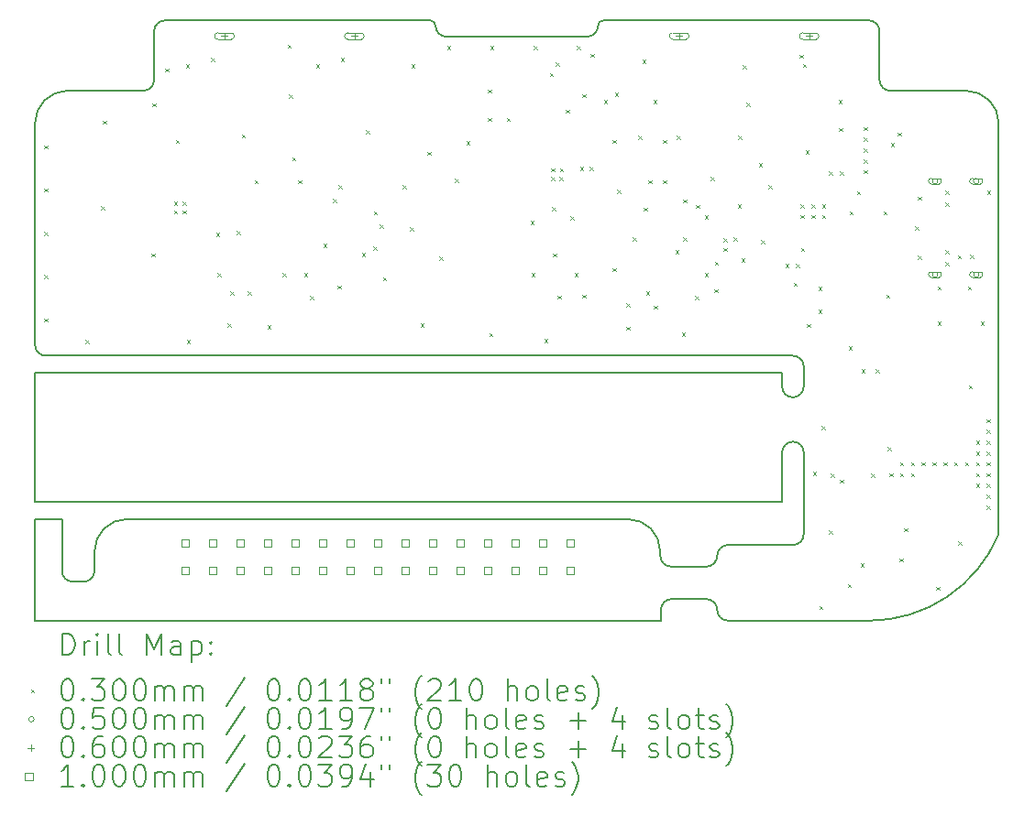
<source format=gbr>
%TF.GenerationSoftware,KiCad,Pcbnew,9.0.1-rc2*%
%TF.CreationDate,2025-04-25T20:52:25-07:00*%
%TF.ProjectId,mintypcb,6d696e74-7970-4636-922e-6b696361645f,2*%
%TF.SameCoordinates,Original*%
%TF.FileFunction,Drillmap*%
%TF.FilePolarity,Positive*%
%FSLAX45Y45*%
G04 Gerber Fmt 4.5, Leading zero omitted, Abs format (unit mm)*
G04 Created by KiCad (PCBNEW 9.0.1-rc2) date 2025-04-25 20:52:25*
%MOMM*%
%LPD*%
G01*
G04 APERTURE LIST*
%ADD10C,0.150000*%
%ADD11C,0.127000*%
%ADD12C,0.200000*%
%ADD13C,0.100000*%
G04 APERTURE END LIST*
D10*
X4900000Y-10600000D02*
X10680000Y-10600000D01*
X6000000Y-5600000D02*
G75*
G02*
X5900000Y-5700000I-100000J0D01*
G01*
X12800000Y-5700000D02*
X13500000Y-5700000D01*
X8550000Y-5050000D02*
G75*
G02*
X8600000Y-5100000I0J-50000D01*
G01*
X6000000Y-5600000D02*
X6000000Y-5150000D01*
X5450000Y-10140000D02*
G75*
G02*
X5350000Y-10240000I-100000J0D01*
G01*
X10100000Y-5100000D02*
G75*
G02*
X10150000Y-5050000I50000J0D01*
G01*
X4900000Y-9660000D02*
X4900000Y-10600000D01*
X10775000Y-10100000D02*
G75*
G02*
X10675000Y-10000000I0J100000D01*
G01*
X12800000Y-5700000D02*
G75*
G02*
X12700000Y-5600000I0J100000D01*
G01*
X13800000Y-9800000D02*
X13800000Y-6000000D01*
X10675000Y-9960000D02*
X10675000Y-10000000D01*
X5000000Y-8150000D02*
X11900000Y-8150000D01*
X8700000Y-5200000D02*
G75*
G02*
X8600000Y-5100000I0J100000D01*
G01*
X5350000Y-10240000D02*
X5250000Y-10240000D01*
X5250000Y-10240000D02*
G75*
G02*
X5150000Y-10140000I0J100000D01*
G01*
X11200000Y-10000000D02*
G75*
G02*
X11300000Y-9900000I100000J0D01*
G01*
X10680000Y-10600000D02*
X10680000Y-10500000D01*
X5000000Y-8150000D02*
G75*
G02*
X4900000Y-8050000I0J100000D01*
G01*
X10775000Y-10100000D02*
X11100000Y-10100000D01*
X6000000Y-5150000D02*
G75*
G02*
X6100000Y-5050000I100000J0D01*
G01*
X11100000Y-10400000D02*
G75*
G02*
X11200000Y-10500000I0J-100000D01*
G01*
X4900000Y-6000000D02*
G75*
G02*
X5200000Y-5700000I300000J0D01*
G01*
X12700000Y-5600000D02*
X12700000Y-5150000D01*
X8700000Y-5200000D02*
X10000000Y-5200000D01*
X5150000Y-10140000D02*
X5150000Y-9660000D01*
X4900000Y-9660000D02*
X5150000Y-9660000D01*
X12000000Y-8435000D02*
X12000000Y-8250000D01*
X4900000Y-6000000D02*
X4900000Y-8050000D01*
X4900000Y-8310000D02*
X11800000Y-8310000D01*
X10100000Y-5100000D02*
G75*
G02*
X10000000Y-5200000I-100000J0D01*
G01*
X8550000Y-5050000D02*
X6100000Y-5050000D01*
X12000000Y-9800000D02*
G75*
G02*
X11900000Y-9900000I-100000J0D01*
G01*
X10150000Y-5050000D02*
X12600000Y-5050000D01*
X11800000Y-9045000D02*
X11800000Y-9500000D01*
X5450000Y-9960000D02*
X5450000Y-10140000D01*
X10680000Y-10500000D02*
G75*
G02*
X10780000Y-10400000I100000J0D01*
G01*
X11900000Y-8150000D02*
G75*
G02*
X12000000Y-8250000I0J-100000D01*
G01*
X11800000Y-8435000D02*
X11800000Y-8310000D01*
X12600000Y-10600000D02*
X11300000Y-10600000D01*
X13800000Y-9800000D02*
G75*
G02*
X12600000Y-10600000I-1200000J500000D01*
G01*
X11300000Y-10600000D02*
G75*
G02*
X11200000Y-10500000I0J100000D01*
G01*
X11900000Y-9900000D02*
X11300000Y-9900000D01*
X4900000Y-9500000D02*
X4900000Y-8310000D01*
X12600000Y-5050000D02*
G75*
G02*
X12700000Y-5150000I0J-100000D01*
G01*
X11200000Y-10000000D02*
G75*
G02*
X11100000Y-10100000I-100000J0D01*
G01*
X5900000Y-5700000D02*
X5200000Y-5700000D01*
X11800000Y-9045000D02*
G75*
G02*
X11900000Y-8945000I100000J0D01*
G01*
X10780000Y-10400000D02*
X11100000Y-10400000D01*
X13500000Y-5700000D02*
G75*
G02*
X13800000Y-6000000I0J-300000D01*
G01*
X11900000Y-8945000D02*
G75*
G02*
X12000000Y-9045000I0J-100000D01*
G01*
X11900000Y-8535000D02*
G75*
G02*
X11800000Y-8435000I0J100000D01*
G01*
X12000000Y-8435000D02*
G75*
G02*
X11900000Y-8535000I-100000J0D01*
G01*
X4900000Y-9500000D02*
X11800000Y-9500000D01*
X12000000Y-9045000D02*
X12000000Y-9800000D01*
D11*
X10375000Y-9660000D02*
X5750000Y-9660000D01*
X5450000Y-9960000D02*
G75*
G02*
X5750000Y-9660000I300000J0D01*
G01*
X10375000Y-9660000D02*
G75*
G02*
X10675000Y-9960000I0J-300000D01*
G01*
D12*
D13*
X4985000Y-6205000D02*
X5015000Y-6235000D01*
X5015000Y-6205000D02*
X4985000Y-6235000D01*
X4985000Y-6605000D02*
X5015000Y-6635000D01*
X5015000Y-6605000D02*
X4985000Y-6635000D01*
X4985000Y-7005000D02*
X5015000Y-7035000D01*
X5015000Y-7005000D02*
X4985000Y-7035000D01*
X4985000Y-7405000D02*
X5015000Y-7435000D01*
X5015000Y-7405000D02*
X4985000Y-7435000D01*
X4985000Y-7805000D02*
X5015000Y-7835000D01*
X5015000Y-7805000D02*
X4985000Y-7835000D01*
X5365000Y-8005000D02*
X5395000Y-8035000D01*
X5395000Y-8005000D02*
X5365000Y-8035000D01*
X5510000Y-6770000D02*
X5540000Y-6800000D01*
X5540000Y-6770000D02*
X5510000Y-6800000D01*
X5525000Y-5975000D02*
X5555000Y-6005000D01*
X5555000Y-5975000D02*
X5525000Y-6005000D01*
X5975000Y-7205000D02*
X6005000Y-7235000D01*
X6005000Y-7205000D02*
X5975000Y-7235000D01*
X5985000Y-5815000D02*
X6015000Y-5845000D01*
X6015000Y-5815000D02*
X5985000Y-5845000D01*
X6105000Y-5495000D02*
X6135000Y-5525000D01*
X6135000Y-5495000D02*
X6105000Y-5525000D01*
X6185000Y-6725000D02*
X6215000Y-6755000D01*
X6215000Y-6725000D02*
X6185000Y-6755000D01*
X6185000Y-6805000D02*
X6215000Y-6835000D01*
X6215000Y-6805000D02*
X6185000Y-6835000D01*
X6200000Y-6155805D02*
X6230000Y-6185805D01*
X6230000Y-6155805D02*
X6200000Y-6185805D01*
X6265000Y-6725000D02*
X6295000Y-6755000D01*
X6295000Y-6725000D02*
X6265000Y-6755000D01*
X6265000Y-6805000D02*
X6295000Y-6835000D01*
X6295000Y-6805000D02*
X6265000Y-6835000D01*
X6295000Y-5455000D02*
X6325000Y-5485000D01*
X6325000Y-5455000D02*
X6295000Y-5485000D01*
X6300000Y-8005000D02*
X6330000Y-8035000D01*
X6330000Y-8005000D02*
X6300000Y-8035000D01*
X6525000Y-5395000D02*
X6555000Y-5425000D01*
X6555000Y-5395000D02*
X6525000Y-5425000D01*
X6572500Y-7015000D02*
X6602500Y-7045000D01*
X6602500Y-7015000D02*
X6572500Y-7045000D01*
X6585000Y-7385000D02*
X6615000Y-7415000D01*
X6615000Y-7385000D02*
X6585000Y-7415000D01*
X6680000Y-7850000D02*
X6710000Y-7880000D01*
X6710000Y-7850000D02*
X6680000Y-7880000D01*
X6705000Y-7555000D02*
X6735000Y-7585000D01*
X6735000Y-7555000D02*
X6705000Y-7585000D01*
X6762500Y-6995000D02*
X6792500Y-7025000D01*
X6792500Y-6995000D02*
X6762500Y-7025000D01*
X6810000Y-6105000D02*
X6840000Y-6135000D01*
X6840000Y-6105000D02*
X6810000Y-6135000D01*
X6865000Y-7555000D02*
X6895000Y-7585000D01*
X6895000Y-7555000D02*
X6865000Y-7585000D01*
X6930000Y-6525000D02*
X6960000Y-6555000D01*
X6960000Y-6525000D02*
X6930000Y-6555000D01*
X7045000Y-7870000D02*
X7075000Y-7900000D01*
X7075000Y-7870000D02*
X7045000Y-7900000D01*
X7185000Y-7385000D02*
X7215000Y-7415000D01*
X7215000Y-7385000D02*
X7185000Y-7415000D01*
X7235000Y-5271957D02*
X7265000Y-5301957D01*
X7265000Y-5271957D02*
X7235000Y-5301957D01*
X7245000Y-5735000D02*
X7275000Y-5765000D01*
X7275000Y-5735000D02*
X7245000Y-5765000D01*
X7275000Y-6315000D02*
X7305000Y-6345000D01*
X7305000Y-6315000D02*
X7275000Y-6345000D01*
X7330000Y-6525000D02*
X7360000Y-6555000D01*
X7360000Y-6525000D02*
X7330000Y-6555000D01*
X7385000Y-7385000D02*
X7415000Y-7415000D01*
X7415000Y-7385000D02*
X7385000Y-7415000D01*
X7440000Y-7600000D02*
X7470000Y-7630000D01*
X7470000Y-7600000D02*
X7440000Y-7630000D01*
X7495000Y-5455000D02*
X7525000Y-5485000D01*
X7525000Y-5455000D02*
X7495000Y-5485000D01*
X7565000Y-7115000D02*
X7595000Y-7145000D01*
X7595000Y-7115000D02*
X7565000Y-7145000D01*
X7652500Y-6700000D02*
X7682500Y-6730000D01*
X7682500Y-6700000D02*
X7652500Y-6730000D01*
X7695000Y-7502500D02*
X7725000Y-7532500D01*
X7725000Y-7502500D02*
X7695000Y-7532500D01*
X7705000Y-6575000D02*
X7735000Y-6605000D01*
X7735000Y-6575000D02*
X7705000Y-6605000D01*
X7725000Y-5395000D02*
X7755000Y-5425000D01*
X7755000Y-5395000D02*
X7725000Y-5425000D01*
X7920000Y-7200000D02*
X7950000Y-7230000D01*
X7950000Y-7200000D02*
X7920000Y-7230000D01*
X7955000Y-6065000D02*
X7985000Y-6095000D01*
X7985000Y-6065000D02*
X7955000Y-6095000D01*
X8025000Y-7140000D02*
X8055000Y-7170000D01*
X8055000Y-7140000D02*
X8025000Y-7170000D01*
X8030571Y-6815000D02*
X8060571Y-6845000D01*
X8060571Y-6815000D02*
X8030571Y-6845000D01*
X8083125Y-6937500D02*
X8113125Y-6967500D01*
X8113125Y-6937500D02*
X8083125Y-6967500D01*
X8115000Y-7425000D02*
X8145000Y-7455000D01*
X8145000Y-7425000D02*
X8115000Y-7455000D01*
X8295000Y-6575000D02*
X8325000Y-6605000D01*
X8325000Y-6575000D02*
X8295000Y-6605000D01*
X8365000Y-6965000D02*
X8395000Y-6995000D01*
X8395000Y-6965000D02*
X8365000Y-6995000D01*
X8375000Y-5455000D02*
X8405000Y-5485000D01*
X8405000Y-5455000D02*
X8375000Y-5485000D01*
X8460000Y-7852500D02*
X8490000Y-7882500D01*
X8490000Y-7852500D02*
X8460000Y-7882500D01*
X8525000Y-6265000D02*
X8555000Y-6295000D01*
X8555000Y-6265000D02*
X8525000Y-6295000D01*
X8635000Y-7235000D02*
X8665000Y-7265000D01*
X8665000Y-7235000D02*
X8635000Y-7265000D01*
X8705000Y-5285000D02*
X8735000Y-5315000D01*
X8735000Y-5285000D02*
X8705000Y-5315000D01*
X8779853Y-6515000D02*
X8809853Y-6545000D01*
X8809853Y-6515000D02*
X8779853Y-6545000D01*
X8885000Y-6165000D02*
X8915000Y-6195000D01*
X8915000Y-6165000D02*
X8885000Y-6195000D01*
X9085000Y-5690000D02*
X9115000Y-5720000D01*
X9115000Y-5690000D02*
X9085000Y-5720000D01*
X9085000Y-5950000D02*
X9115000Y-5980000D01*
X9115000Y-5950000D02*
X9085000Y-5980000D01*
X9097500Y-7940000D02*
X9127500Y-7970000D01*
X9127500Y-7940000D02*
X9097500Y-7970000D01*
X9105000Y-5285000D02*
X9135000Y-5315000D01*
X9135000Y-5285000D02*
X9105000Y-5315000D01*
X9255000Y-5950000D02*
X9285000Y-5980000D01*
X9285000Y-5950000D02*
X9255000Y-5980000D01*
X9475000Y-6905000D02*
X9505000Y-6935000D01*
X9505000Y-6905000D02*
X9475000Y-6935000D01*
X9485000Y-7385000D02*
X9515000Y-7415000D01*
X9515000Y-7385000D02*
X9485000Y-7415000D01*
X9505000Y-5285000D02*
X9535000Y-5315000D01*
X9535000Y-5285000D02*
X9505000Y-5315000D01*
X9603000Y-7995000D02*
X9633000Y-8025000D01*
X9633000Y-7995000D02*
X9603000Y-8025000D01*
X9655000Y-5535000D02*
X9685000Y-5565000D01*
X9685000Y-5535000D02*
X9655000Y-5565000D01*
X9666250Y-6415000D02*
X9696250Y-6445000D01*
X9696250Y-6415000D02*
X9666250Y-6445000D01*
X9666250Y-6495000D02*
X9696250Y-6525000D01*
X9696250Y-6495000D02*
X9666250Y-6525000D01*
X9675000Y-6775000D02*
X9705000Y-6805000D01*
X9705000Y-6775000D02*
X9675000Y-6805000D01*
X9685000Y-7205000D02*
X9715000Y-7235000D01*
X9715000Y-7205000D02*
X9685000Y-7235000D01*
X9710000Y-5440000D02*
X9740000Y-5470000D01*
X9740000Y-5440000D02*
X9710000Y-5470000D01*
X9725000Y-7595000D02*
X9755000Y-7625000D01*
X9755000Y-7595000D02*
X9725000Y-7625000D01*
X9745000Y-6495000D02*
X9775000Y-6525000D01*
X9775000Y-6495000D02*
X9745000Y-6525000D01*
X9746250Y-6415000D02*
X9776250Y-6445000D01*
X9776250Y-6415000D02*
X9746250Y-6445000D01*
X9805000Y-5875000D02*
X9835000Y-5905000D01*
X9835000Y-5875000D02*
X9805000Y-5905000D01*
X9845000Y-6860000D02*
X9875000Y-6890000D01*
X9875000Y-6860000D02*
X9845000Y-6890000D01*
X9885000Y-7385000D02*
X9915000Y-7415000D01*
X9915000Y-7385000D02*
X9885000Y-7415000D01*
X9905000Y-5285000D02*
X9935000Y-5315000D01*
X9935000Y-5285000D02*
X9905000Y-5315000D01*
X9935000Y-6405000D02*
X9965000Y-6435000D01*
X9965000Y-6405000D02*
X9935000Y-6435000D01*
X9955000Y-5730000D02*
X9985000Y-5760000D01*
X9985000Y-5730000D02*
X9955000Y-5760000D01*
X9955000Y-7585000D02*
X9985000Y-7615000D01*
X9985000Y-7585000D02*
X9955000Y-7615000D01*
X10025000Y-6405000D02*
X10055000Y-6435000D01*
X10055000Y-6405000D02*
X10025000Y-6435000D01*
X10030000Y-5360000D02*
X10060000Y-5390000D01*
X10060000Y-5360000D02*
X10030000Y-5390000D01*
X10155000Y-5785000D02*
X10185000Y-5815000D01*
X10185000Y-5785000D02*
X10155000Y-5815000D01*
X10235000Y-6155000D02*
X10265000Y-6185000D01*
X10265000Y-6155000D02*
X10235000Y-6185000D01*
X10235000Y-7340000D02*
X10265000Y-7370000D01*
X10265000Y-7340000D02*
X10235000Y-7370000D01*
X10255000Y-5720000D02*
X10285000Y-5750000D01*
X10285000Y-5720000D02*
X10255000Y-5750000D01*
X10275000Y-6615000D02*
X10305000Y-6645000D01*
X10305000Y-6615000D02*
X10275000Y-6645000D01*
X10362500Y-7667500D02*
X10392500Y-7697500D01*
X10392500Y-7667500D02*
X10362500Y-7697500D01*
X10362500Y-7880000D02*
X10392500Y-7910000D01*
X10392500Y-7880000D02*
X10362500Y-7910000D01*
X10421397Y-7055000D02*
X10451397Y-7085000D01*
X10451397Y-7055000D02*
X10421397Y-7085000D01*
X10470000Y-6115000D02*
X10500000Y-6145000D01*
X10500000Y-6115000D02*
X10470000Y-6145000D01*
X10510000Y-5415000D02*
X10540000Y-5445000D01*
X10540000Y-5415000D02*
X10510000Y-5445000D01*
X10520625Y-6780000D02*
X10550625Y-6810000D01*
X10550625Y-6780000D02*
X10520625Y-6810000D01*
X10545000Y-7555000D02*
X10575000Y-7585000D01*
X10575000Y-7555000D02*
X10545000Y-7585000D01*
X10566250Y-6525000D02*
X10596250Y-6555000D01*
X10596250Y-6525000D02*
X10566250Y-6555000D01*
X10610000Y-5785000D02*
X10640000Y-5815000D01*
X10640000Y-5785000D02*
X10610000Y-5815000D01*
X10617677Y-7685176D02*
X10647677Y-7715176D01*
X10647677Y-7685176D02*
X10617677Y-7715176D01*
X10700000Y-6525000D02*
X10730000Y-6555000D01*
X10730000Y-6525000D02*
X10700000Y-6555000D01*
X10701250Y-6155000D02*
X10731250Y-6185000D01*
X10731250Y-6155000D02*
X10701250Y-6185000D01*
X10815000Y-7175000D02*
X10845000Y-7205000D01*
X10845000Y-7175000D02*
X10815000Y-7205000D01*
X10825000Y-6115000D02*
X10855000Y-6145000D01*
X10855000Y-6115000D02*
X10825000Y-6145000D01*
X10875000Y-7935000D02*
X10905000Y-7965000D01*
X10905000Y-7935000D02*
X10875000Y-7965000D01*
X10886250Y-6705000D02*
X10916250Y-6735000D01*
X10916250Y-6705000D02*
X10886250Y-6735000D01*
X10886250Y-7055000D02*
X10916250Y-7085000D01*
X10916250Y-7055000D02*
X10886250Y-7085000D01*
X10998000Y-7598000D02*
X11028000Y-7628000D01*
X11028000Y-7598000D02*
X10998000Y-7628000D01*
X11005000Y-6755000D02*
X11035000Y-6785000D01*
X11035000Y-6755000D02*
X11005000Y-6785000D01*
X11085000Y-7385000D02*
X11115000Y-7415000D01*
X11115000Y-7385000D02*
X11085000Y-7415000D01*
X11086250Y-6855000D02*
X11116250Y-6885000D01*
X11116250Y-6855000D02*
X11086250Y-6885000D01*
X11140000Y-6495000D02*
X11170000Y-6525000D01*
X11170000Y-6495000D02*
X11140000Y-6525000D01*
X11172500Y-7535000D02*
X11202500Y-7565000D01*
X11202500Y-7535000D02*
X11172500Y-7565000D01*
X11180000Y-7280000D02*
X11210000Y-7310000D01*
X11210000Y-7280000D02*
X11180000Y-7310000D01*
X11260000Y-7065000D02*
X11290000Y-7095000D01*
X11290000Y-7065000D02*
X11260000Y-7095000D01*
X11260000Y-7155000D02*
X11290000Y-7185000D01*
X11290000Y-7155000D02*
X11260000Y-7185000D01*
X11350000Y-7055000D02*
X11380000Y-7085000D01*
X11380000Y-7055000D02*
X11350000Y-7085000D01*
X11390000Y-6750000D02*
X11420000Y-6780000D01*
X11420000Y-6750000D02*
X11390000Y-6780000D01*
X11395000Y-6115000D02*
X11425000Y-6145000D01*
X11425000Y-6115000D02*
X11395000Y-6145000D01*
X11425000Y-7250000D02*
X11455000Y-7280000D01*
X11455000Y-7250000D02*
X11425000Y-7280000D01*
X11435000Y-5465000D02*
X11465000Y-5495000D01*
X11465000Y-5465000D02*
X11435000Y-5495000D01*
X11470000Y-5810000D02*
X11500000Y-5840000D01*
X11500000Y-5810000D02*
X11470000Y-5840000D01*
X11585000Y-6370000D02*
X11615000Y-6400000D01*
X11615000Y-6370000D02*
X11585000Y-6400000D01*
X11605000Y-7080000D02*
X11635000Y-7110000D01*
X11635000Y-7080000D02*
X11605000Y-7110000D01*
X11675000Y-6575000D02*
X11705000Y-6605000D01*
X11705000Y-6575000D02*
X11675000Y-6605000D01*
X11830000Y-7300000D02*
X11860000Y-7330000D01*
X11860000Y-7300000D02*
X11830000Y-7330000D01*
X11905000Y-7475000D02*
X11935000Y-7505000D01*
X11935000Y-7475000D02*
X11905000Y-7505000D01*
X11930000Y-7300000D02*
X11960000Y-7330000D01*
X11960000Y-7300000D02*
X11930000Y-7330000D01*
X11962573Y-5367427D02*
X11992573Y-5397427D01*
X11992573Y-5367427D02*
X11962573Y-5397427D01*
X11970000Y-6750000D02*
X12000000Y-6780000D01*
X12000000Y-6750000D02*
X11970000Y-6780000D01*
X11970000Y-6850000D02*
X12000000Y-6880000D01*
X12000000Y-6850000D02*
X11970000Y-6880000D01*
X11975000Y-7155000D02*
X12005000Y-7185000D01*
X12005000Y-7155000D02*
X11975000Y-7185000D01*
X11990000Y-5450000D02*
X12020000Y-5480000D01*
X12020000Y-5450000D02*
X11990000Y-5480000D01*
X12015000Y-6250000D02*
X12045000Y-6280000D01*
X12045000Y-6250000D02*
X12015000Y-6280000D01*
X12030000Y-7855000D02*
X12060000Y-7885000D01*
X12060000Y-7855000D02*
X12030000Y-7885000D01*
X12070000Y-6750000D02*
X12100000Y-6780000D01*
X12100000Y-6750000D02*
X12070000Y-6780000D01*
X12070000Y-6850000D02*
X12100000Y-6880000D01*
X12100000Y-6850000D02*
X12070000Y-6880000D01*
X12085000Y-9225000D02*
X12115000Y-9255000D01*
X12115000Y-9225000D02*
X12085000Y-9255000D01*
X12135000Y-7515000D02*
X12165000Y-7545000D01*
X12165000Y-7515000D02*
X12135000Y-7545000D01*
X12135000Y-7725000D02*
X12165000Y-7755000D01*
X12165000Y-7725000D02*
X12135000Y-7755000D01*
X12145000Y-10465000D02*
X12175000Y-10495000D01*
X12175000Y-10465000D02*
X12145000Y-10495000D01*
X12165000Y-8800000D02*
X12195000Y-8830000D01*
X12195000Y-8800000D02*
X12165000Y-8830000D01*
X12170000Y-6750000D02*
X12200000Y-6780000D01*
X12200000Y-6750000D02*
X12170000Y-6780000D01*
X12170000Y-6850000D02*
X12200000Y-6880000D01*
X12200000Y-6850000D02*
X12170000Y-6880000D01*
X12235000Y-6445000D02*
X12265000Y-6475000D01*
X12265000Y-6445000D02*
X12235000Y-6475000D01*
X12235000Y-9765000D02*
X12265000Y-9795000D01*
X12265000Y-9765000D02*
X12235000Y-9795000D01*
X12250000Y-9240000D02*
X12280000Y-9270000D01*
X12280000Y-9240000D02*
X12250000Y-9270000D01*
X12320000Y-5785000D02*
X12350000Y-5815000D01*
X12350000Y-5785000D02*
X12320000Y-5815000D01*
X12325000Y-6045000D02*
X12355000Y-6075000D01*
X12355000Y-6045000D02*
X12325000Y-6075000D01*
X12335000Y-6445000D02*
X12365000Y-6475000D01*
X12365000Y-6445000D02*
X12335000Y-6475000D01*
X12335000Y-9295000D02*
X12365000Y-9325000D01*
X12365000Y-9295000D02*
X12335000Y-9325000D01*
X12405000Y-10260000D02*
X12435000Y-10290000D01*
X12435000Y-10260000D02*
X12405000Y-10290000D01*
X12415000Y-8065000D02*
X12445000Y-8095000D01*
X12445000Y-8065000D02*
X12415000Y-8095000D01*
X12425000Y-6815000D02*
X12455000Y-6845000D01*
X12455000Y-6815000D02*
X12425000Y-6845000D01*
X12492000Y-6630000D02*
X12522000Y-6660000D01*
X12522000Y-6630000D02*
X12492000Y-6660000D01*
X12525000Y-10070000D02*
X12555000Y-10100000D01*
X12555000Y-10070000D02*
X12525000Y-10100000D01*
X12535000Y-8275000D02*
X12565000Y-8305000D01*
X12565000Y-8275000D02*
X12535000Y-8305000D01*
X12555000Y-6035000D02*
X12585000Y-6065000D01*
X12585000Y-6035000D02*
X12555000Y-6065000D01*
X12555000Y-6135000D02*
X12585000Y-6165000D01*
X12585000Y-6135000D02*
X12555000Y-6165000D01*
X12555000Y-6235000D02*
X12585000Y-6265000D01*
X12585000Y-6235000D02*
X12555000Y-6265000D01*
X12555000Y-6335000D02*
X12585000Y-6365000D01*
X12585000Y-6335000D02*
X12555000Y-6365000D01*
X12555000Y-6435000D02*
X12585000Y-6465000D01*
X12585000Y-6435000D02*
X12555000Y-6465000D01*
X12620000Y-9240000D02*
X12650000Y-9270000D01*
X12650000Y-9240000D02*
X12620000Y-9270000D01*
X12665000Y-8275000D02*
X12695000Y-8305000D01*
X12695000Y-8275000D02*
X12665000Y-8305000D01*
X12737000Y-6815000D02*
X12767000Y-6845000D01*
X12767000Y-6815000D02*
X12737000Y-6845000D01*
X12760000Y-7585000D02*
X12790000Y-7615000D01*
X12790000Y-7585000D02*
X12760000Y-7615000D01*
X12776000Y-8993000D02*
X12806000Y-9023000D01*
X12806000Y-8993000D02*
X12776000Y-9023000D01*
X12792500Y-9235000D02*
X12822500Y-9265000D01*
X12822500Y-9235000D02*
X12792500Y-9265000D01*
X12805000Y-6185000D02*
X12835000Y-6215000D01*
X12835000Y-6185000D02*
X12805000Y-6215000D01*
X12870000Y-6085000D02*
X12900000Y-6115000D01*
X12900000Y-6085000D02*
X12870000Y-6115000D01*
X12885000Y-10025000D02*
X12915000Y-10055000D01*
X12915000Y-10025000D02*
X12885000Y-10055000D01*
X12890000Y-9135000D02*
X12920000Y-9165000D01*
X12920000Y-9135000D02*
X12890000Y-9165000D01*
X12890000Y-9235000D02*
X12920000Y-9265000D01*
X12920000Y-9235000D02*
X12890000Y-9265000D01*
X12925000Y-9745000D02*
X12955000Y-9775000D01*
X12955000Y-9745000D02*
X12925000Y-9775000D01*
X12990000Y-9135000D02*
X13020000Y-9165000D01*
X13020000Y-9135000D02*
X12990000Y-9165000D01*
X12990000Y-9235000D02*
X13020000Y-9265000D01*
X13020000Y-9235000D02*
X12990000Y-9265000D01*
X13030000Y-6955000D02*
X13060000Y-6985000D01*
X13060000Y-6955000D02*
X13030000Y-6985000D01*
X13052500Y-6680000D02*
X13082500Y-6710000D01*
X13082500Y-6680000D02*
X13052500Y-6710000D01*
X13052500Y-7227500D02*
X13082500Y-7257500D01*
X13082500Y-7227500D02*
X13052500Y-7257500D01*
X13090000Y-9135000D02*
X13120000Y-9165000D01*
X13120000Y-9135000D02*
X13090000Y-9165000D01*
X13190000Y-9135000D02*
X13220000Y-9165000D01*
X13220000Y-9135000D02*
X13190000Y-9165000D01*
X13225000Y-10285000D02*
X13255000Y-10315000D01*
X13255000Y-10285000D02*
X13225000Y-10315000D01*
X13235000Y-7510000D02*
X13265000Y-7540000D01*
X13265000Y-7510000D02*
X13235000Y-7540000D01*
X13235000Y-7835000D02*
X13265000Y-7865000D01*
X13265000Y-7835000D02*
X13235000Y-7865000D01*
X13290000Y-9135000D02*
X13320000Y-9165000D01*
X13320000Y-9135000D02*
X13290000Y-9165000D01*
X13310000Y-6625000D02*
X13340000Y-6655000D01*
X13340000Y-6625000D02*
X13310000Y-6655000D01*
X13310000Y-6735000D02*
X13340000Y-6765000D01*
X13340000Y-6735000D02*
X13310000Y-6765000D01*
X13310000Y-7175000D02*
X13340000Y-7205000D01*
X13340000Y-7175000D02*
X13310000Y-7205000D01*
X13310000Y-7285000D02*
X13340000Y-7315000D01*
X13340000Y-7285000D02*
X13310000Y-7315000D01*
X13390000Y-9135000D02*
X13420000Y-9165000D01*
X13420000Y-9135000D02*
X13390000Y-9165000D01*
X13422823Y-7222324D02*
X13452823Y-7252324D01*
X13452823Y-7222324D02*
X13422823Y-7252324D01*
X13425000Y-9865000D02*
X13455000Y-9895000D01*
X13455000Y-9865000D02*
X13425000Y-9895000D01*
X13490000Y-9135000D02*
X13520000Y-9165000D01*
X13520000Y-9135000D02*
X13490000Y-9165000D01*
X13515000Y-7510000D02*
X13545000Y-7540000D01*
X13545000Y-7510000D02*
X13515000Y-7540000D01*
X13525000Y-8422500D02*
X13555000Y-8452500D01*
X13555000Y-8422500D02*
X13525000Y-8452500D01*
X13538603Y-7216250D02*
X13568603Y-7246250D01*
X13568603Y-7216250D02*
X13538603Y-7246250D01*
X13590000Y-8935000D02*
X13620000Y-8965000D01*
X13620000Y-8935000D02*
X13590000Y-8965000D01*
X13590000Y-9035000D02*
X13620000Y-9065000D01*
X13620000Y-9035000D02*
X13590000Y-9065000D01*
X13590000Y-9135000D02*
X13620000Y-9165000D01*
X13620000Y-9135000D02*
X13590000Y-9165000D01*
X13590000Y-9235000D02*
X13620000Y-9265000D01*
X13620000Y-9235000D02*
X13590000Y-9265000D01*
X13590000Y-9335000D02*
X13620000Y-9365000D01*
X13620000Y-9335000D02*
X13590000Y-9365000D01*
X13635000Y-7835000D02*
X13665000Y-7865000D01*
X13665000Y-7835000D02*
X13635000Y-7865000D01*
X13690000Y-8735000D02*
X13720000Y-8765000D01*
X13720000Y-8735000D02*
X13690000Y-8765000D01*
X13690000Y-8835000D02*
X13720000Y-8865000D01*
X13720000Y-8835000D02*
X13690000Y-8865000D01*
X13690000Y-8935000D02*
X13720000Y-8965000D01*
X13720000Y-8935000D02*
X13690000Y-8965000D01*
X13690000Y-9035000D02*
X13720000Y-9065000D01*
X13720000Y-9035000D02*
X13690000Y-9065000D01*
X13690000Y-9135000D02*
X13720000Y-9165000D01*
X13720000Y-9135000D02*
X13690000Y-9165000D01*
X13690000Y-9235000D02*
X13720000Y-9265000D01*
X13720000Y-9235000D02*
X13690000Y-9265000D01*
X13690000Y-9335000D02*
X13720000Y-9365000D01*
X13720000Y-9335000D02*
X13690000Y-9365000D01*
X13690000Y-9435000D02*
X13720000Y-9465000D01*
X13720000Y-9435000D02*
X13690000Y-9465000D01*
X13690000Y-9535000D02*
X13720000Y-9565000D01*
X13720000Y-9535000D02*
X13690000Y-9565000D01*
X13695000Y-6625000D02*
X13725000Y-6655000D01*
X13725000Y-6625000D02*
X13695000Y-6655000D01*
X13237500Y-6536000D02*
G75*
G02*
X13187500Y-6536000I-25000J0D01*
G01*
X13187500Y-6536000D02*
G75*
G02*
X13237500Y-6536000I25000J0D01*
G01*
X13247500Y-6511000D02*
X13177500Y-6511000D01*
X13177500Y-6561000D02*
G75*
G02*
X13177500Y-6511000I0J25000D01*
G01*
X13177500Y-6561000D02*
X13247500Y-6561000D01*
X13247500Y-6561000D02*
G75*
G03*
X13247500Y-6511000I0J25000D01*
G01*
X13237500Y-7400000D02*
G75*
G02*
X13187500Y-7400000I-25000J0D01*
G01*
X13187500Y-7400000D02*
G75*
G02*
X13237500Y-7400000I25000J0D01*
G01*
X13247500Y-7375000D02*
X13177500Y-7375000D01*
X13177500Y-7425000D02*
G75*
G02*
X13177500Y-7375000I0J25000D01*
G01*
X13177500Y-7425000D02*
X13247500Y-7425000D01*
X13247500Y-7425000D02*
G75*
G03*
X13247500Y-7375000I0J25000D01*
G01*
X13617500Y-6536000D02*
G75*
G02*
X13567500Y-6536000I-25000J0D01*
G01*
X13567500Y-6536000D02*
G75*
G02*
X13617500Y-6536000I25000J0D01*
G01*
X13627500Y-6511000D02*
X13557500Y-6511000D01*
X13557500Y-6561000D02*
G75*
G02*
X13557500Y-6511000I0J25000D01*
G01*
X13557500Y-6561000D02*
X13627500Y-6561000D01*
X13627500Y-6561000D02*
G75*
G03*
X13627500Y-6511000I0J25000D01*
G01*
X13617500Y-7400000D02*
G75*
G02*
X13567500Y-7400000I-25000J0D01*
G01*
X13567500Y-7400000D02*
G75*
G02*
X13617500Y-7400000I25000J0D01*
G01*
X13627500Y-7375000D02*
X13557500Y-7375000D01*
X13557500Y-7425000D02*
G75*
G02*
X13557500Y-7375000I0J25000D01*
G01*
X13557500Y-7425000D02*
X13627500Y-7425000D01*
X13627500Y-7425000D02*
G75*
G03*
X13627500Y-7375000I0J25000D01*
G01*
X6650000Y-5165000D02*
X6650000Y-5225000D01*
X6620000Y-5195000D02*
X6680000Y-5195000D01*
X6710000Y-5165000D02*
X6590000Y-5165000D01*
X6590000Y-5225000D02*
G75*
G02*
X6590000Y-5165000I0J30000D01*
G01*
X6590000Y-5225000D02*
X6710000Y-5225000D01*
X6710000Y-5225000D02*
G75*
G03*
X6710000Y-5165000I0J30000D01*
G01*
X7850000Y-5165000D02*
X7850000Y-5225000D01*
X7820000Y-5195000D02*
X7880000Y-5195000D01*
X7910000Y-5165000D02*
X7790000Y-5165000D01*
X7790000Y-5225000D02*
G75*
G02*
X7790000Y-5165000I0J30000D01*
G01*
X7790000Y-5225000D02*
X7910000Y-5225000D01*
X7910000Y-5225000D02*
G75*
G03*
X7910000Y-5165000I0J30000D01*
G01*
X10850000Y-5165000D02*
X10850000Y-5225000D01*
X10820000Y-5195000D02*
X10880000Y-5195000D01*
X10910000Y-5165000D02*
X10790000Y-5165000D01*
X10790000Y-5225000D02*
G75*
G02*
X10790000Y-5165000I0J30000D01*
G01*
X10790000Y-5225000D02*
X10910000Y-5225000D01*
X10910000Y-5225000D02*
G75*
G03*
X10910000Y-5165000I0J30000D01*
G01*
X12050000Y-5165000D02*
X12050000Y-5225000D01*
X12020000Y-5195000D02*
X12080000Y-5195000D01*
X12110000Y-5165000D02*
X11990000Y-5165000D01*
X11990000Y-5225000D02*
G75*
G02*
X11990000Y-5165000I0J30000D01*
G01*
X11990000Y-5225000D02*
X12110000Y-5225000D01*
X12110000Y-5225000D02*
G75*
G03*
X12110000Y-5165000I0J30000D01*
G01*
X6322356Y-9918356D02*
X6322356Y-9847644D01*
X6251644Y-9847644D01*
X6251644Y-9918356D01*
X6322356Y-9918356D01*
X6322356Y-10172356D02*
X6322356Y-10101644D01*
X6251644Y-10101644D01*
X6251644Y-10172356D01*
X6322356Y-10172356D01*
X6576356Y-9918356D02*
X6576356Y-9847644D01*
X6505644Y-9847644D01*
X6505644Y-9918356D01*
X6576356Y-9918356D01*
X6576356Y-10172356D02*
X6576356Y-10101644D01*
X6505644Y-10101644D01*
X6505644Y-10172356D01*
X6576356Y-10172356D01*
X6830356Y-9918356D02*
X6830356Y-9847644D01*
X6759644Y-9847644D01*
X6759644Y-9918356D01*
X6830356Y-9918356D01*
X6830356Y-10172356D02*
X6830356Y-10101644D01*
X6759644Y-10101644D01*
X6759644Y-10172356D01*
X6830356Y-10172356D01*
X7084356Y-9918356D02*
X7084356Y-9847644D01*
X7013644Y-9847644D01*
X7013644Y-9918356D01*
X7084356Y-9918356D01*
X7084356Y-10172356D02*
X7084356Y-10101644D01*
X7013644Y-10101644D01*
X7013644Y-10172356D01*
X7084356Y-10172356D01*
X7338356Y-9918356D02*
X7338356Y-9847644D01*
X7267644Y-9847644D01*
X7267644Y-9918356D01*
X7338356Y-9918356D01*
X7338356Y-10172356D02*
X7338356Y-10101644D01*
X7267644Y-10101644D01*
X7267644Y-10172356D01*
X7338356Y-10172356D01*
X7592356Y-9918356D02*
X7592356Y-9847644D01*
X7521644Y-9847644D01*
X7521644Y-9918356D01*
X7592356Y-9918356D01*
X7592356Y-10172356D02*
X7592356Y-10101644D01*
X7521644Y-10101644D01*
X7521644Y-10172356D01*
X7592356Y-10172356D01*
X7846356Y-9918356D02*
X7846356Y-9847644D01*
X7775644Y-9847644D01*
X7775644Y-9918356D01*
X7846356Y-9918356D01*
X7846356Y-10172356D02*
X7846356Y-10101644D01*
X7775644Y-10101644D01*
X7775644Y-10172356D01*
X7846356Y-10172356D01*
X8100356Y-9918356D02*
X8100356Y-9847644D01*
X8029644Y-9847644D01*
X8029644Y-9918356D01*
X8100356Y-9918356D01*
X8100356Y-10172356D02*
X8100356Y-10101644D01*
X8029644Y-10101644D01*
X8029644Y-10172356D01*
X8100356Y-10172356D01*
X8354356Y-9918356D02*
X8354356Y-9847644D01*
X8283644Y-9847644D01*
X8283644Y-9918356D01*
X8354356Y-9918356D01*
X8354356Y-10172356D02*
X8354356Y-10101644D01*
X8283644Y-10101644D01*
X8283644Y-10172356D01*
X8354356Y-10172356D01*
X8608356Y-9918356D02*
X8608356Y-9847644D01*
X8537644Y-9847644D01*
X8537644Y-9918356D01*
X8608356Y-9918356D01*
X8608356Y-10172356D02*
X8608356Y-10101644D01*
X8537644Y-10101644D01*
X8537644Y-10172356D01*
X8608356Y-10172356D01*
X8862356Y-9918356D02*
X8862356Y-9847644D01*
X8791644Y-9847644D01*
X8791644Y-9918356D01*
X8862356Y-9918356D01*
X8862356Y-10172356D02*
X8862356Y-10101644D01*
X8791644Y-10101644D01*
X8791644Y-10172356D01*
X8862356Y-10172356D01*
X9116356Y-9918356D02*
X9116356Y-9847644D01*
X9045644Y-9847644D01*
X9045644Y-9918356D01*
X9116356Y-9918356D01*
X9116356Y-10172356D02*
X9116356Y-10101644D01*
X9045644Y-10101644D01*
X9045644Y-10172356D01*
X9116356Y-10172356D01*
X9370356Y-9918356D02*
X9370356Y-9847644D01*
X9299644Y-9847644D01*
X9299644Y-9918356D01*
X9370356Y-9918356D01*
X9370356Y-10172356D02*
X9370356Y-10101644D01*
X9299644Y-10101644D01*
X9299644Y-10172356D01*
X9370356Y-10172356D01*
X9624356Y-9918356D02*
X9624356Y-9847644D01*
X9553644Y-9847644D01*
X9553644Y-9918356D01*
X9624356Y-9918356D01*
X9624356Y-10172356D02*
X9624356Y-10101644D01*
X9553644Y-10101644D01*
X9553644Y-10172356D01*
X9624356Y-10172356D01*
X9878356Y-9918356D02*
X9878356Y-9847644D01*
X9807644Y-9847644D01*
X9807644Y-9918356D01*
X9878356Y-9918356D01*
X9878356Y-10172356D02*
X9878356Y-10101644D01*
X9807644Y-10101644D01*
X9807644Y-10172356D01*
X9878356Y-10172356D01*
D12*
X5153277Y-10918984D02*
X5153277Y-10718984D01*
X5153277Y-10718984D02*
X5200896Y-10718984D01*
X5200896Y-10718984D02*
X5229467Y-10728508D01*
X5229467Y-10728508D02*
X5248515Y-10747555D01*
X5248515Y-10747555D02*
X5258039Y-10766603D01*
X5258039Y-10766603D02*
X5267562Y-10804698D01*
X5267562Y-10804698D02*
X5267562Y-10833270D01*
X5267562Y-10833270D02*
X5258039Y-10871365D01*
X5258039Y-10871365D02*
X5248515Y-10890412D01*
X5248515Y-10890412D02*
X5229467Y-10909460D01*
X5229467Y-10909460D02*
X5200896Y-10918984D01*
X5200896Y-10918984D02*
X5153277Y-10918984D01*
X5353277Y-10918984D02*
X5353277Y-10785650D01*
X5353277Y-10823746D02*
X5362801Y-10804698D01*
X5362801Y-10804698D02*
X5372324Y-10795174D01*
X5372324Y-10795174D02*
X5391372Y-10785650D01*
X5391372Y-10785650D02*
X5410420Y-10785650D01*
X5477086Y-10918984D02*
X5477086Y-10785650D01*
X5477086Y-10718984D02*
X5467562Y-10728508D01*
X5467562Y-10728508D02*
X5477086Y-10738031D01*
X5477086Y-10738031D02*
X5486610Y-10728508D01*
X5486610Y-10728508D02*
X5477086Y-10718984D01*
X5477086Y-10718984D02*
X5477086Y-10738031D01*
X5600896Y-10918984D02*
X5581848Y-10909460D01*
X5581848Y-10909460D02*
X5572324Y-10890412D01*
X5572324Y-10890412D02*
X5572324Y-10718984D01*
X5705658Y-10918984D02*
X5686610Y-10909460D01*
X5686610Y-10909460D02*
X5677086Y-10890412D01*
X5677086Y-10890412D02*
X5677086Y-10718984D01*
X5934229Y-10918984D02*
X5934229Y-10718984D01*
X5934229Y-10718984D02*
X6000896Y-10861841D01*
X6000896Y-10861841D02*
X6067562Y-10718984D01*
X6067562Y-10718984D02*
X6067562Y-10918984D01*
X6248515Y-10918984D02*
X6248515Y-10814222D01*
X6248515Y-10814222D02*
X6238991Y-10795174D01*
X6238991Y-10795174D02*
X6219943Y-10785650D01*
X6219943Y-10785650D02*
X6181848Y-10785650D01*
X6181848Y-10785650D02*
X6162800Y-10795174D01*
X6248515Y-10909460D02*
X6229467Y-10918984D01*
X6229467Y-10918984D02*
X6181848Y-10918984D01*
X6181848Y-10918984D02*
X6162800Y-10909460D01*
X6162800Y-10909460D02*
X6153277Y-10890412D01*
X6153277Y-10890412D02*
X6153277Y-10871365D01*
X6153277Y-10871365D02*
X6162800Y-10852317D01*
X6162800Y-10852317D02*
X6181848Y-10842793D01*
X6181848Y-10842793D02*
X6229467Y-10842793D01*
X6229467Y-10842793D02*
X6248515Y-10833270D01*
X6343753Y-10785650D02*
X6343753Y-10985650D01*
X6343753Y-10795174D02*
X6362800Y-10785650D01*
X6362800Y-10785650D02*
X6400896Y-10785650D01*
X6400896Y-10785650D02*
X6419943Y-10795174D01*
X6419943Y-10795174D02*
X6429467Y-10804698D01*
X6429467Y-10804698D02*
X6438991Y-10823746D01*
X6438991Y-10823746D02*
X6438991Y-10880889D01*
X6438991Y-10880889D02*
X6429467Y-10899936D01*
X6429467Y-10899936D02*
X6419943Y-10909460D01*
X6419943Y-10909460D02*
X6400896Y-10918984D01*
X6400896Y-10918984D02*
X6362800Y-10918984D01*
X6362800Y-10918984D02*
X6343753Y-10909460D01*
X6524705Y-10899936D02*
X6534229Y-10909460D01*
X6534229Y-10909460D02*
X6524705Y-10918984D01*
X6524705Y-10918984D02*
X6515181Y-10909460D01*
X6515181Y-10909460D02*
X6524705Y-10899936D01*
X6524705Y-10899936D02*
X6524705Y-10918984D01*
X6524705Y-10795174D02*
X6534229Y-10804698D01*
X6534229Y-10804698D02*
X6524705Y-10814222D01*
X6524705Y-10814222D02*
X6515181Y-10804698D01*
X6515181Y-10804698D02*
X6524705Y-10795174D01*
X6524705Y-10795174D02*
X6524705Y-10814222D01*
D13*
X4862500Y-11232500D02*
X4892500Y-11262500D01*
X4892500Y-11232500D02*
X4862500Y-11262500D01*
D12*
X5191372Y-11138984D02*
X5210420Y-11138984D01*
X5210420Y-11138984D02*
X5229467Y-11148508D01*
X5229467Y-11148508D02*
X5238991Y-11158031D01*
X5238991Y-11158031D02*
X5248515Y-11177079D01*
X5248515Y-11177079D02*
X5258039Y-11215174D01*
X5258039Y-11215174D02*
X5258039Y-11262793D01*
X5258039Y-11262793D02*
X5248515Y-11300888D01*
X5248515Y-11300888D02*
X5238991Y-11319936D01*
X5238991Y-11319936D02*
X5229467Y-11329460D01*
X5229467Y-11329460D02*
X5210420Y-11338984D01*
X5210420Y-11338984D02*
X5191372Y-11338984D01*
X5191372Y-11338984D02*
X5172324Y-11329460D01*
X5172324Y-11329460D02*
X5162801Y-11319936D01*
X5162801Y-11319936D02*
X5153277Y-11300888D01*
X5153277Y-11300888D02*
X5143753Y-11262793D01*
X5143753Y-11262793D02*
X5143753Y-11215174D01*
X5143753Y-11215174D02*
X5153277Y-11177079D01*
X5153277Y-11177079D02*
X5162801Y-11158031D01*
X5162801Y-11158031D02*
X5172324Y-11148508D01*
X5172324Y-11148508D02*
X5191372Y-11138984D01*
X5343753Y-11319936D02*
X5353277Y-11329460D01*
X5353277Y-11329460D02*
X5343753Y-11338984D01*
X5343753Y-11338984D02*
X5334229Y-11329460D01*
X5334229Y-11329460D02*
X5343753Y-11319936D01*
X5343753Y-11319936D02*
X5343753Y-11338984D01*
X5419943Y-11138984D02*
X5543753Y-11138984D01*
X5543753Y-11138984D02*
X5477086Y-11215174D01*
X5477086Y-11215174D02*
X5505658Y-11215174D01*
X5505658Y-11215174D02*
X5524705Y-11224698D01*
X5524705Y-11224698D02*
X5534229Y-11234222D01*
X5534229Y-11234222D02*
X5543753Y-11253269D01*
X5543753Y-11253269D02*
X5543753Y-11300888D01*
X5543753Y-11300888D02*
X5534229Y-11319936D01*
X5534229Y-11319936D02*
X5524705Y-11329460D01*
X5524705Y-11329460D02*
X5505658Y-11338984D01*
X5505658Y-11338984D02*
X5448515Y-11338984D01*
X5448515Y-11338984D02*
X5429467Y-11329460D01*
X5429467Y-11329460D02*
X5419943Y-11319936D01*
X5667562Y-11138984D02*
X5686610Y-11138984D01*
X5686610Y-11138984D02*
X5705658Y-11148508D01*
X5705658Y-11148508D02*
X5715181Y-11158031D01*
X5715181Y-11158031D02*
X5724705Y-11177079D01*
X5724705Y-11177079D02*
X5734229Y-11215174D01*
X5734229Y-11215174D02*
X5734229Y-11262793D01*
X5734229Y-11262793D02*
X5724705Y-11300888D01*
X5724705Y-11300888D02*
X5715181Y-11319936D01*
X5715181Y-11319936D02*
X5705658Y-11329460D01*
X5705658Y-11329460D02*
X5686610Y-11338984D01*
X5686610Y-11338984D02*
X5667562Y-11338984D01*
X5667562Y-11338984D02*
X5648515Y-11329460D01*
X5648515Y-11329460D02*
X5638991Y-11319936D01*
X5638991Y-11319936D02*
X5629467Y-11300888D01*
X5629467Y-11300888D02*
X5619943Y-11262793D01*
X5619943Y-11262793D02*
X5619943Y-11215174D01*
X5619943Y-11215174D02*
X5629467Y-11177079D01*
X5629467Y-11177079D02*
X5638991Y-11158031D01*
X5638991Y-11158031D02*
X5648515Y-11148508D01*
X5648515Y-11148508D02*
X5667562Y-11138984D01*
X5858039Y-11138984D02*
X5877086Y-11138984D01*
X5877086Y-11138984D02*
X5896134Y-11148508D01*
X5896134Y-11148508D02*
X5905658Y-11158031D01*
X5905658Y-11158031D02*
X5915181Y-11177079D01*
X5915181Y-11177079D02*
X5924705Y-11215174D01*
X5924705Y-11215174D02*
X5924705Y-11262793D01*
X5924705Y-11262793D02*
X5915181Y-11300888D01*
X5915181Y-11300888D02*
X5905658Y-11319936D01*
X5905658Y-11319936D02*
X5896134Y-11329460D01*
X5896134Y-11329460D02*
X5877086Y-11338984D01*
X5877086Y-11338984D02*
X5858039Y-11338984D01*
X5858039Y-11338984D02*
X5838991Y-11329460D01*
X5838991Y-11329460D02*
X5829467Y-11319936D01*
X5829467Y-11319936D02*
X5819943Y-11300888D01*
X5819943Y-11300888D02*
X5810420Y-11262793D01*
X5810420Y-11262793D02*
X5810420Y-11215174D01*
X5810420Y-11215174D02*
X5819943Y-11177079D01*
X5819943Y-11177079D02*
X5829467Y-11158031D01*
X5829467Y-11158031D02*
X5838991Y-11148508D01*
X5838991Y-11148508D02*
X5858039Y-11138984D01*
X6010420Y-11338984D02*
X6010420Y-11205650D01*
X6010420Y-11224698D02*
X6019943Y-11215174D01*
X6019943Y-11215174D02*
X6038991Y-11205650D01*
X6038991Y-11205650D02*
X6067562Y-11205650D01*
X6067562Y-11205650D02*
X6086610Y-11215174D01*
X6086610Y-11215174D02*
X6096134Y-11234222D01*
X6096134Y-11234222D02*
X6096134Y-11338984D01*
X6096134Y-11234222D02*
X6105658Y-11215174D01*
X6105658Y-11215174D02*
X6124705Y-11205650D01*
X6124705Y-11205650D02*
X6153277Y-11205650D01*
X6153277Y-11205650D02*
X6172324Y-11215174D01*
X6172324Y-11215174D02*
X6181848Y-11234222D01*
X6181848Y-11234222D02*
X6181848Y-11338984D01*
X6277086Y-11338984D02*
X6277086Y-11205650D01*
X6277086Y-11224698D02*
X6286610Y-11215174D01*
X6286610Y-11215174D02*
X6305658Y-11205650D01*
X6305658Y-11205650D02*
X6334229Y-11205650D01*
X6334229Y-11205650D02*
X6353277Y-11215174D01*
X6353277Y-11215174D02*
X6362801Y-11234222D01*
X6362801Y-11234222D02*
X6362801Y-11338984D01*
X6362801Y-11234222D02*
X6372324Y-11215174D01*
X6372324Y-11215174D02*
X6391372Y-11205650D01*
X6391372Y-11205650D02*
X6419943Y-11205650D01*
X6419943Y-11205650D02*
X6438991Y-11215174D01*
X6438991Y-11215174D02*
X6448515Y-11234222D01*
X6448515Y-11234222D02*
X6448515Y-11338984D01*
X6838991Y-11129460D02*
X6667563Y-11386603D01*
X7096134Y-11138984D02*
X7115182Y-11138984D01*
X7115182Y-11138984D02*
X7134229Y-11148508D01*
X7134229Y-11148508D02*
X7143753Y-11158031D01*
X7143753Y-11158031D02*
X7153277Y-11177079D01*
X7153277Y-11177079D02*
X7162801Y-11215174D01*
X7162801Y-11215174D02*
X7162801Y-11262793D01*
X7162801Y-11262793D02*
X7153277Y-11300888D01*
X7153277Y-11300888D02*
X7143753Y-11319936D01*
X7143753Y-11319936D02*
X7134229Y-11329460D01*
X7134229Y-11329460D02*
X7115182Y-11338984D01*
X7115182Y-11338984D02*
X7096134Y-11338984D01*
X7096134Y-11338984D02*
X7077086Y-11329460D01*
X7077086Y-11329460D02*
X7067563Y-11319936D01*
X7067563Y-11319936D02*
X7058039Y-11300888D01*
X7058039Y-11300888D02*
X7048515Y-11262793D01*
X7048515Y-11262793D02*
X7048515Y-11215174D01*
X7048515Y-11215174D02*
X7058039Y-11177079D01*
X7058039Y-11177079D02*
X7067563Y-11158031D01*
X7067563Y-11158031D02*
X7077086Y-11148508D01*
X7077086Y-11148508D02*
X7096134Y-11138984D01*
X7248515Y-11319936D02*
X7258039Y-11329460D01*
X7258039Y-11329460D02*
X7248515Y-11338984D01*
X7248515Y-11338984D02*
X7238991Y-11329460D01*
X7238991Y-11329460D02*
X7248515Y-11319936D01*
X7248515Y-11319936D02*
X7248515Y-11338984D01*
X7381848Y-11138984D02*
X7400896Y-11138984D01*
X7400896Y-11138984D02*
X7419944Y-11148508D01*
X7419944Y-11148508D02*
X7429467Y-11158031D01*
X7429467Y-11158031D02*
X7438991Y-11177079D01*
X7438991Y-11177079D02*
X7448515Y-11215174D01*
X7448515Y-11215174D02*
X7448515Y-11262793D01*
X7448515Y-11262793D02*
X7438991Y-11300888D01*
X7438991Y-11300888D02*
X7429467Y-11319936D01*
X7429467Y-11319936D02*
X7419944Y-11329460D01*
X7419944Y-11329460D02*
X7400896Y-11338984D01*
X7400896Y-11338984D02*
X7381848Y-11338984D01*
X7381848Y-11338984D02*
X7362801Y-11329460D01*
X7362801Y-11329460D02*
X7353277Y-11319936D01*
X7353277Y-11319936D02*
X7343753Y-11300888D01*
X7343753Y-11300888D02*
X7334229Y-11262793D01*
X7334229Y-11262793D02*
X7334229Y-11215174D01*
X7334229Y-11215174D02*
X7343753Y-11177079D01*
X7343753Y-11177079D02*
X7353277Y-11158031D01*
X7353277Y-11158031D02*
X7362801Y-11148508D01*
X7362801Y-11148508D02*
X7381848Y-11138984D01*
X7638991Y-11338984D02*
X7524705Y-11338984D01*
X7581848Y-11338984D02*
X7581848Y-11138984D01*
X7581848Y-11138984D02*
X7562801Y-11167555D01*
X7562801Y-11167555D02*
X7543753Y-11186603D01*
X7543753Y-11186603D02*
X7524705Y-11196127D01*
X7829467Y-11338984D02*
X7715182Y-11338984D01*
X7772324Y-11338984D02*
X7772324Y-11138984D01*
X7772324Y-11138984D02*
X7753277Y-11167555D01*
X7753277Y-11167555D02*
X7734229Y-11186603D01*
X7734229Y-11186603D02*
X7715182Y-11196127D01*
X7943753Y-11224698D02*
X7924705Y-11215174D01*
X7924705Y-11215174D02*
X7915182Y-11205650D01*
X7915182Y-11205650D02*
X7905658Y-11186603D01*
X7905658Y-11186603D02*
X7905658Y-11177079D01*
X7905658Y-11177079D02*
X7915182Y-11158031D01*
X7915182Y-11158031D02*
X7924705Y-11148508D01*
X7924705Y-11148508D02*
X7943753Y-11138984D01*
X7943753Y-11138984D02*
X7981848Y-11138984D01*
X7981848Y-11138984D02*
X8000896Y-11148508D01*
X8000896Y-11148508D02*
X8010420Y-11158031D01*
X8010420Y-11158031D02*
X8019944Y-11177079D01*
X8019944Y-11177079D02*
X8019944Y-11186603D01*
X8019944Y-11186603D02*
X8010420Y-11205650D01*
X8010420Y-11205650D02*
X8000896Y-11215174D01*
X8000896Y-11215174D02*
X7981848Y-11224698D01*
X7981848Y-11224698D02*
X7943753Y-11224698D01*
X7943753Y-11224698D02*
X7924705Y-11234222D01*
X7924705Y-11234222D02*
X7915182Y-11243746D01*
X7915182Y-11243746D02*
X7905658Y-11262793D01*
X7905658Y-11262793D02*
X7905658Y-11300888D01*
X7905658Y-11300888D02*
X7915182Y-11319936D01*
X7915182Y-11319936D02*
X7924705Y-11329460D01*
X7924705Y-11329460D02*
X7943753Y-11338984D01*
X7943753Y-11338984D02*
X7981848Y-11338984D01*
X7981848Y-11338984D02*
X8000896Y-11329460D01*
X8000896Y-11329460D02*
X8010420Y-11319936D01*
X8010420Y-11319936D02*
X8019944Y-11300888D01*
X8019944Y-11300888D02*
X8019944Y-11262793D01*
X8019944Y-11262793D02*
X8010420Y-11243746D01*
X8010420Y-11243746D02*
X8000896Y-11234222D01*
X8000896Y-11234222D02*
X7981848Y-11224698D01*
X8096134Y-11138984D02*
X8096134Y-11177079D01*
X8172325Y-11138984D02*
X8172325Y-11177079D01*
X8467563Y-11415174D02*
X8458039Y-11405650D01*
X8458039Y-11405650D02*
X8438991Y-11377079D01*
X8438991Y-11377079D02*
X8429468Y-11358031D01*
X8429468Y-11358031D02*
X8419944Y-11329460D01*
X8419944Y-11329460D02*
X8410420Y-11281841D01*
X8410420Y-11281841D02*
X8410420Y-11243746D01*
X8410420Y-11243746D02*
X8419944Y-11196127D01*
X8419944Y-11196127D02*
X8429468Y-11167555D01*
X8429468Y-11167555D02*
X8438991Y-11148508D01*
X8438991Y-11148508D02*
X8458039Y-11119936D01*
X8458039Y-11119936D02*
X8467563Y-11110412D01*
X8534229Y-11158031D02*
X8543753Y-11148508D01*
X8543753Y-11148508D02*
X8562801Y-11138984D01*
X8562801Y-11138984D02*
X8610420Y-11138984D01*
X8610420Y-11138984D02*
X8629468Y-11148508D01*
X8629468Y-11148508D02*
X8638991Y-11158031D01*
X8638991Y-11158031D02*
X8648515Y-11177079D01*
X8648515Y-11177079D02*
X8648515Y-11196127D01*
X8648515Y-11196127D02*
X8638991Y-11224698D01*
X8638991Y-11224698D02*
X8524706Y-11338984D01*
X8524706Y-11338984D02*
X8648515Y-11338984D01*
X8838991Y-11338984D02*
X8724706Y-11338984D01*
X8781848Y-11338984D02*
X8781848Y-11138984D01*
X8781848Y-11138984D02*
X8762801Y-11167555D01*
X8762801Y-11167555D02*
X8743753Y-11186603D01*
X8743753Y-11186603D02*
X8724706Y-11196127D01*
X8962801Y-11138984D02*
X8981849Y-11138984D01*
X8981849Y-11138984D02*
X9000896Y-11148508D01*
X9000896Y-11148508D02*
X9010420Y-11158031D01*
X9010420Y-11158031D02*
X9019944Y-11177079D01*
X9019944Y-11177079D02*
X9029468Y-11215174D01*
X9029468Y-11215174D02*
X9029468Y-11262793D01*
X9029468Y-11262793D02*
X9019944Y-11300888D01*
X9019944Y-11300888D02*
X9010420Y-11319936D01*
X9010420Y-11319936D02*
X9000896Y-11329460D01*
X9000896Y-11329460D02*
X8981849Y-11338984D01*
X8981849Y-11338984D02*
X8962801Y-11338984D01*
X8962801Y-11338984D02*
X8943753Y-11329460D01*
X8943753Y-11329460D02*
X8934229Y-11319936D01*
X8934229Y-11319936D02*
X8924706Y-11300888D01*
X8924706Y-11300888D02*
X8915182Y-11262793D01*
X8915182Y-11262793D02*
X8915182Y-11215174D01*
X8915182Y-11215174D02*
X8924706Y-11177079D01*
X8924706Y-11177079D02*
X8934229Y-11158031D01*
X8934229Y-11158031D02*
X8943753Y-11148508D01*
X8943753Y-11148508D02*
X8962801Y-11138984D01*
X9267563Y-11338984D02*
X9267563Y-11138984D01*
X9353277Y-11338984D02*
X9353277Y-11234222D01*
X9353277Y-11234222D02*
X9343753Y-11215174D01*
X9343753Y-11215174D02*
X9324706Y-11205650D01*
X9324706Y-11205650D02*
X9296134Y-11205650D01*
X9296134Y-11205650D02*
X9277087Y-11215174D01*
X9277087Y-11215174D02*
X9267563Y-11224698D01*
X9477087Y-11338984D02*
X9458039Y-11329460D01*
X9458039Y-11329460D02*
X9448515Y-11319936D01*
X9448515Y-11319936D02*
X9438991Y-11300888D01*
X9438991Y-11300888D02*
X9438991Y-11243746D01*
X9438991Y-11243746D02*
X9448515Y-11224698D01*
X9448515Y-11224698D02*
X9458039Y-11215174D01*
X9458039Y-11215174D02*
X9477087Y-11205650D01*
X9477087Y-11205650D02*
X9505658Y-11205650D01*
X9505658Y-11205650D02*
X9524706Y-11215174D01*
X9524706Y-11215174D02*
X9534230Y-11224698D01*
X9534230Y-11224698D02*
X9543753Y-11243746D01*
X9543753Y-11243746D02*
X9543753Y-11300888D01*
X9543753Y-11300888D02*
X9534230Y-11319936D01*
X9534230Y-11319936D02*
X9524706Y-11329460D01*
X9524706Y-11329460D02*
X9505658Y-11338984D01*
X9505658Y-11338984D02*
X9477087Y-11338984D01*
X9658039Y-11338984D02*
X9638991Y-11329460D01*
X9638991Y-11329460D02*
X9629468Y-11310412D01*
X9629468Y-11310412D02*
X9629468Y-11138984D01*
X9810420Y-11329460D02*
X9791372Y-11338984D01*
X9791372Y-11338984D02*
X9753277Y-11338984D01*
X9753277Y-11338984D02*
X9734230Y-11329460D01*
X9734230Y-11329460D02*
X9724706Y-11310412D01*
X9724706Y-11310412D02*
X9724706Y-11234222D01*
X9724706Y-11234222D02*
X9734230Y-11215174D01*
X9734230Y-11215174D02*
X9753277Y-11205650D01*
X9753277Y-11205650D02*
X9791372Y-11205650D01*
X9791372Y-11205650D02*
X9810420Y-11215174D01*
X9810420Y-11215174D02*
X9819944Y-11234222D01*
X9819944Y-11234222D02*
X9819944Y-11253269D01*
X9819944Y-11253269D02*
X9724706Y-11272317D01*
X9896134Y-11329460D02*
X9915182Y-11338984D01*
X9915182Y-11338984D02*
X9953277Y-11338984D01*
X9953277Y-11338984D02*
X9972325Y-11329460D01*
X9972325Y-11329460D02*
X9981849Y-11310412D01*
X9981849Y-11310412D02*
X9981849Y-11300888D01*
X9981849Y-11300888D02*
X9972325Y-11281841D01*
X9972325Y-11281841D02*
X9953277Y-11272317D01*
X9953277Y-11272317D02*
X9924706Y-11272317D01*
X9924706Y-11272317D02*
X9905658Y-11262793D01*
X9905658Y-11262793D02*
X9896134Y-11243746D01*
X9896134Y-11243746D02*
X9896134Y-11234222D01*
X9896134Y-11234222D02*
X9905658Y-11215174D01*
X9905658Y-11215174D02*
X9924706Y-11205650D01*
X9924706Y-11205650D02*
X9953277Y-11205650D01*
X9953277Y-11205650D02*
X9972325Y-11215174D01*
X10048515Y-11415174D02*
X10058039Y-11405650D01*
X10058039Y-11405650D02*
X10077087Y-11377079D01*
X10077087Y-11377079D02*
X10086611Y-11358031D01*
X10086611Y-11358031D02*
X10096134Y-11329460D01*
X10096134Y-11329460D02*
X10105658Y-11281841D01*
X10105658Y-11281841D02*
X10105658Y-11243746D01*
X10105658Y-11243746D02*
X10096134Y-11196127D01*
X10096134Y-11196127D02*
X10086611Y-11167555D01*
X10086611Y-11167555D02*
X10077087Y-11148508D01*
X10077087Y-11148508D02*
X10058039Y-11119936D01*
X10058039Y-11119936D02*
X10048515Y-11110412D01*
D13*
X4892500Y-11511500D02*
G75*
G02*
X4842500Y-11511500I-25000J0D01*
G01*
X4842500Y-11511500D02*
G75*
G02*
X4892500Y-11511500I25000J0D01*
G01*
D12*
X5191372Y-11402984D02*
X5210420Y-11402984D01*
X5210420Y-11402984D02*
X5229467Y-11412508D01*
X5229467Y-11412508D02*
X5238991Y-11422031D01*
X5238991Y-11422031D02*
X5248515Y-11441079D01*
X5248515Y-11441079D02*
X5258039Y-11479174D01*
X5258039Y-11479174D02*
X5258039Y-11526793D01*
X5258039Y-11526793D02*
X5248515Y-11564888D01*
X5248515Y-11564888D02*
X5238991Y-11583936D01*
X5238991Y-11583936D02*
X5229467Y-11593460D01*
X5229467Y-11593460D02*
X5210420Y-11602984D01*
X5210420Y-11602984D02*
X5191372Y-11602984D01*
X5191372Y-11602984D02*
X5172324Y-11593460D01*
X5172324Y-11593460D02*
X5162801Y-11583936D01*
X5162801Y-11583936D02*
X5153277Y-11564888D01*
X5153277Y-11564888D02*
X5143753Y-11526793D01*
X5143753Y-11526793D02*
X5143753Y-11479174D01*
X5143753Y-11479174D02*
X5153277Y-11441079D01*
X5153277Y-11441079D02*
X5162801Y-11422031D01*
X5162801Y-11422031D02*
X5172324Y-11412508D01*
X5172324Y-11412508D02*
X5191372Y-11402984D01*
X5343753Y-11583936D02*
X5353277Y-11593460D01*
X5353277Y-11593460D02*
X5343753Y-11602984D01*
X5343753Y-11602984D02*
X5334229Y-11593460D01*
X5334229Y-11593460D02*
X5343753Y-11583936D01*
X5343753Y-11583936D02*
X5343753Y-11602984D01*
X5534229Y-11402984D02*
X5438991Y-11402984D01*
X5438991Y-11402984D02*
X5429467Y-11498222D01*
X5429467Y-11498222D02*
X5438991Y-11488698D01*
X5438991Y-11488698D02*
X5458039Y-11479174D01*
X5458039Y-11479174D02*
X5505658Y-11479174D01*
X5505658Y-11479174D02*
X5524705Y-11488698D01*
X5524705Y-11488698D02*
X5534229Y-11498222D01*
X5534229Y-11498222D02*
X5543753Y-11517269D01*
X5543753Y-11517269D02*
X5543753Y-11564888D01*
X5543753Y-11564888D02*
X5534229Y-11583936D01*
X5534229Y-11583936D02*
X5524705Y-11593460D01*
X5524705Y-11593460D02*
X5505658Y-11602984D01*
X5505658Y-11602984D02*
X5458039Y-11602984D01*
X5458039Y-11602984D02*
X5438991Y-11593460D01*
X5438991Y-11593460D02*
X5429467Y-11583936D01*
X5667562Y-11402984D02*
X5686610Y-11402984D01*
X5686610Y-11402984D02*
X5705658Y-11412508D01*
X5705658Y-11412508D02*
X5715181Y-11422031D01*
X5715181Y-11422031D02*
X5724705Y-11441079D01*
X5724705Y-11441079D02*
X5734229Y-11479174D01*
X5734229Y-11479174D02*
X5734229Y-11526793D01*
X5734229Y-11526793D02*
X5724705Y-11564888D01*
X5724705Y-11564888D02*
X5715181Y-11583936D01*
X5715181Y-11583936D02*
X5705658Y-11593460D01*
X5705658Y-11593460D02*
X5686610Y-11602984D01*
X5686610Y-11602984D02*
X5667562Y-11602984D01*
X5667562Y-11602984D02*
X5648515Y-11593460D01*
X5648515Y-11593460D02*
X5638991Y-11583936D01*
X5638991Y-11583936D02*
X5629467Y-11564888D01*
X5629467Y-11564888D02*
X5619943Y-11526793D01*
X5619943Y-11526793D02*
X5619943Y-11479174D01*
X5619943Y-11479174D02*
X5629467Y-11441079D01*
X5629467Y-11441079D02*
X5638991Y-11422031D01*
X5638991Y-11422031D02*
X5648515Y-11412508D01*
X5648515Y-11412508D02*
X5667562Y-11402984D01*
X5858039Y-11402984D02*
X5877086Y-11402984D01*
X5877086Y-11402984D02*
X5896134Y-11412508D01*
X5896134Y-11412508D02*
X5905658Y-11422031D01*
X5905658Y-11422031D02*
X5915181Y-11441079D01*
X5915181Y-11441079D02*
X5924705Y-11479174D01*
X5924705Y-11479174D02*
X5924705Y-11526793D01*
X5924705Y-11526793D02*
X5915181Y-11564888D01*
X5915181Y-11564888D02*
X5905658Y-11583936D01*
X5905658Y-11583936D02*
X5896134Y-11593460D01*
X5896134Y-11593460D02*
X5877086Y-11602984D01*
X5877086Y-11602984D02*
X5858039Y-11602984D01*
X5858039Y-11602984D02*
X5838991Y-11593460D01*
X5838991Y-11593460D02*
X5829467Y-11583936D01*
X5829467Y-11583936D02*
X5819943Y-11564888D01*
X5819943Y-11564888D02*
X5810420Y-11526793D01*
X5810420Y-11526793D02*
X5810420Y-11479174D01*
X5810420Y-11479174D02*
X5819943Y-11441079D01*
X5819943Y-11441079D02*
X5829467Y-11422031D01*
X5829467Y-11422031D02*
X5838991Y-11412508D01*
X5838991Y-11412508D02*
X5858039Y-11402984D01*
X6010420Y-11602984D02*
X6010420Y-11469650D01*
X6010420Y-11488698D02*
X6019943Y-11479174D01*
X6019943Y-11479174D02*
X6038991Y-11469650D01*
X6038991Y-11469650D02*
X6067562Y-11469650D01*
X6067562Y-11469650D02*
X6086610Y-11479174D01*
X6086610Y-11479174D02*
X6096134Y-11498222D01*
X6096134Y-11498222D02*
X6096134Y-11602984D01*
X6096134Y-11498222D02*
X6105658Y-11479174D01*
X6105658Y-11479174D02*
X6124705Y-11469650D01*
X6124705Y-11469650D02*
X6153277Y-11469650D01*
X6153277Y-11469650D02*
X6172324Y-11479174D01*
X6172324Y-11479174D02*
X6181848Y-11498222D01*
X6181848Y-11498222D02*
X6181848Y-11602984D01*
X6277086Y-11602984D02*
X6277086Y-11469650D01*
X6277086Y-11488698D02*
X6286610Y-11479174D01*
X6286610Y-11479174D02*
X6305658Y-11469650D01*
X6305658Y-11469650D02*
X6334229Y-11469650D01*
X6334229Y-11469650D02*
X6353277Y-11479174D01*
X6353277Y-11479174D02*
X6362801Y-11498222D01*
X6362801Y-11498222D02*
X6362801Y-11602984D01*
X6362801Y-11498222D02*
X6372324Y-11479174D01*
X6372324Y-11479174D02*
X6391372Y-11469650D01*
X6391372Y-11469650D02*
X6419943Y-11469650D01*
X6419943Y-11469650D02*
X6438991Y-11479174D01*
X6438991Y-11479174D02*
X6448515Y-11498222D01*
X6448515Y-11498222D02*
X6448515Y-11602984D01*
X6838991Y-11393460D02*
X6667563Y-11650603D01*
X7096134Y-11402984D02*
X7115182Y-11402984D01*
X7115182Y-11402984D02*
X7134229Y-11412508D01*
X7134229Y-11412508D02*
X7143753Y-11422031D01*
X7143753Y-11422031D02*
X7153277Y-11441079D01*
X7153277Y-11441079D02*
X7162801Y-11479174D01*
X7162801Y-11479174D02*
X7162801Y-11526793D01*
X7162801Y-11526793D02*
X7153277Y-11564888D01*
X7153277Y-11564888D02*
X7143753Y-11583936D01*
X7143753Y-11583936D02*
X7134229Y-11593460D01*
X7134229Y-11593460D02*
X7115182Y-11602984D01*
X7115182Y-11602984D02*
X7096134Y-11602984D01*
X7096134Y-11602984D02*
X7077086Y-11593460D01*
X7077086Y-11593460D02*
X7067563Y-11583936D01*
X7067563Y-11583936D02*
X7058039Y-11564888D01*
X7058039Y-11564888D02*
X7048515Y-11526793D01*
X7048515Y-11526793D02*
X7048515Y-11479174D01*
X7048515Y-11479174D02*
X7058039Y-11441079D01*
X7058039Y-11441079D02*
X7067563Y-11422031D01*
X7067563Y-11422031D02*
X7077086Y-11412508D01*
X7077086Y-11412508D02*
X7096134Y-11402984D01*
X7248515Y-11583936D02*
X7258039Y-11593460D01*
X7258039Y-11593460D02*
X7248515Y-11602984D01*
X7248515Y-11602984D02*
X7238991Y-11593460D01*
X7238991Y-11593460D02*
X7248515Y-11583936D01*
X7248515Y-11583936D02*
X7248515Y-11602984D01*
X7381848Y-11402984D02*
X7400896Y-11402984D01*
X7400896Y-11402984D02*
X7419944Y-11412508D01*
X7419944Y-11412508D02*
X7429467Y-11422031D01*
X7429467Y-11422031D02*
X7438991Y-11441079D01*
X7438991Y-11441079D02*
X7448515Y-11479174D01*
X7448515Y-11479174D02*
X7448515Y-11526793D01*
X7448515Y-11526793D02*
X7438991Y-11564888D01*
X7438991Y-11564888D02*
X7429467Y-11583936D01*
X7429467Y-11583936D02*
X7419944Y-11593460D01*
X7419944Y-11593460D02*
X7400896Y-11602984D01*
X7400896Y-11602984D02*
X7381848Y-11602984D01*
X7381848Y-11602984D02*
X7362801Y-11593460D01*
X7362801Y-11593460D02*
X7353277Y-11583936D01*
X7353277Y-11583936D02*
X7343753Y-11564888D01*
X7343753Y-11564888D02*
X7334229Y-11526793D01*
X7334229Y-11526793D02*
X7334229Y-11479174D01*
X7334229Y-11479174D02*
X7343753Y-11441079D01*
X7343753Y-11441079D02*
X7353277Y-11422031D01*
X7353277Y-11422031D02*
X7362801Y-11412508D01*
X7362801Y-11412508D02*
X7381848Y-11402984D01*
X7638991Y-11602984D02*
X7524705Y-11602984D01*
X7581848Y-11602984D02*
X7581848Y-11402984D01*
X7581848Y-11402984D02*
X7562801Y-11431555D01*
X7562801Y-11431555D02*
X7543753Y-11450603D01*
X7543753Y-11450603D02*
X7524705Y-11460127D01*
X7734229Y-11602984D02*
X7772324Y-11602984D01*
X7772324Y-11602984D02*
X7791372Y-11593460D01*
X7791372Y-11593460D02*
X7800896Y-11583936D01*
X7800896Y-11583936D02*
X7819944Y-11555365D01*
X7819944Y-11555365D02*
X7829467Y-11517269D01*
X7829467Y-11517269D02*
X7829467Y-11441079D01*
X7829467Y-11441079D02*
X7819944Y-11422031D01*
X7819944Y-11422031D02*
X7810420Y-11412508D01*
X7810420Y-11412508D02*
X7791372Y-11402984D01*
X7791372Y-11402984D02*
X7753277Y-11402984D01*
X7753277Y-11402984D02*
X7734229Y-11412508D01*
X7734229Y-11412508D02*
X7724705Y-11422031D01*
X7724705Y-11422031D02*
X7715182Y-11441079D01*
X7715182Y-11441079D02*
X7715182Y-11488698D01*
X7715182Y-11488698D02*
X7724705Y-11507746D01*
X7724705Y-11507746D02*
X7734229Y-11517269D01*
X7734229Y-11517269D02*
X7753277Y-11526793D01*
X7753277Y-11526793D02*
X7791372Y-11526793D01*
X7791372Y-11526793D02*
X7810420Y-11517269D01*
X7810420Y-11517269D02*
X7819944Y-11507746D01*
X7819944Y-11507746D02*
X7829467Y-11488698D01*
X7896134Y-11402984D02*
X8029467Y-11402984D01*
X8029467Y-11402984D02*
X7943753Y-11602984D01*
X8096134Y-11402984D02*
X8096134Y-11441079D01*
X8172325Y-11402984D02*
X8172325Y-11441079D01*
X8467563Y-11679174D02*
X8458039Y-11669650D01*
X8458039Y-11669650D02*
X8438991Y-11641079D01*
X8438991Y-11641079D02*
X8429468Y-11622031D01*
X8429468Y-11622031D02*
X8419944Y-11593460D01*
X8419944Y-11593460D02*
X8410420Y-11545841D01*
X8410420Y-11545841D02*
X8410420Y-11507746D01*
X8410420Y-11507746D02*
X8419944Y-11460127D01*
X8419944Y-11460127D02*
X8429468Y-11431555D01*
X8429468Y-11431555D02*
X8438991Y-11412508D01*
X8438991Y-11412508D02*
X8458039Y-11383936D01*
X8458039Y-11383936D02*
X8467563Y-11374412D01*
X8581848Y-11402984D02*
X8600896Y-11402984D01*
X8600896Y-11402984D02*
X8619944Y-11412508D01*
X8619944Y-11412508D02*
X8629468Y-11422031D01*
X8629468Y-11422031D02*
X8638991Y-11441079D01*
X8638991Y-11441079D02*
X8648515Y-11479174D01*
X8648515Y-11479174D02*
X8648515Y-11526793D01*
X8648515Y-11526793D02*
X8638991Y-11564888D01*
X8638991Y-11564888D02*
X8629468Y-11583936D01*
X8629468Y-11583936D02*
X8619944Y-11593460D01*
X8619944Y-11593460D02*
X8600896Y-11602984D01*
X8600896Y-11602984D02*
X8581848Y-11602984D01*
X8581848Y-11602984D02*
X8562801Y-11593460D01*
X8562801Y-11593460D02*
X8553277Y-11583936D01*
X8553277Y-11583936D02*
X8543753Y-11564888D01*
X8543753Y-11564888D02*
X8534229Y-11526793D01*
X8534229Y-11526793D02*
X8534229Y-11479174D01*
X8534229Y-11479174D02*
X8543753Y-11441079D01*
X8543753Y-11441079D02*
X8553277Y-11422031D01*
X8553277Y-11422031D02*
X8562801Y-11412508D01*
X8562801Y-11412508D02*
X8581848Y-11402984D01*
X8886610Y-11602984D02*
X8886610Y-11402984D01*
X8972325Y-11602984D02*
X8972325Y-11498222D01*
X8972325Y-11498222D02*
X8962801Y-11479174D01*
X8962801Y-11479174D02*
X8943753Y-11469650D01*
X8943753Y-11469650D02*
X8915182Y-11469650D01*
X8915182Y-11469650D02*
X8896134Y-11479174D01*
X8896134Y-11479174D02*
X8886610Y-11488698D01*
X9096134Y-11602984D02*
X9077087Y-11593460D01*
X9077087Y-11593460D02*
X9067563Y-11583936D01*
X9067563Y-11583936D02*
X9058039Y-11564888D01*
X9058039Y-11564888D02*
X9058039Y-11507746D01*
X9058039Y-11507746D02*
X9067563Y-11488698D01*
X9067563Y-11488698D02*
X9077087Y-11479174D01*
X9077087Y-11479174D02*
X9096134Y-11469650D01*
X9096134Y-11469650D02*
X9124706Y-11469650D01*
X9124706Y-11469650D02*
X9143753Y-11479174D01*
X9143753Y-11479174D02*
X9153277Y-11488698D01*
X9153277Y-11488698D02*
X9162801Y-11507746D01*
X9162801Y-11507746D02*
X9162801Y-11564888D01*
X9162801Y-11564888D02*
X9153277Y-11583936D01*
X9153277Y-11583936D02*
X9143753Y-11593460D01*
X9143753Y-11593460D02*
X9124706Y-11602984D01*
X9124706Y-11602984D02*
X9096134Y-11602984D01*
X9277087Y-11602984D02*
X9258039Y-11593460D01*
X9258039Y-11593460D02*
X9248515Y-11574412D01*
X9248515Y-11574412D02*
X9248515Y-11402984D01*
X9429468Y-11593460D02*
X9410420Y-11602984D01*
X9410420Y-11602984D02*
X9372325Y-11602984D01*
X9372325Y-11602984D02*
X9353277Y-11593460D01*
X9353277Y-11593460D02*
X9343753Y-11574412D01*
X9343753Y-11574412D02*
X9343753Y-11498222D01*
X9343753Y-11498222D02*
X9353277Y-11479174D01*
X9353277Y-11479174D02*
X9372325Y-11469650D01*
X9372325Y-11469650D02*
X9410420Y-11469650D01*
X9410420Y-11469650D02*
X9429468Y-11479174D01*
X9429468Y-11479174D02*
X9438991Y-11498222D01*
X9438991Y-11498222D02*
X9438991Y-11517269D01*
X9438991Y-11517269D02*
X9343753Y-11536317D01*
X9515182Y-11593460D02*
X9534230Y-11602984D01*
X9534230Y-11602984D02*
X9572325Y-11602984D01*
X9572325Y-11602984D02*
X9591372Y-11593460D01*
X9591372Y-11593460D02*
X9600896Y-11574412D01*
X9600896Y-11574412D02*
X9600896Y-11564888D01*
X9600896Y-11564888D02*
X9591372Y-11545841D01*
X9591372Y-11545841D02*
X9572325Y-11536317D01*
X9572325Y-11536317D02*
X9543753Y-11536317D01*
X9543753Y-11536317D02*
X9524706Y-11526793D01*
X9524706Y-11526793D02*
X9515182Y-11507746D01*
X9515182Y-11507746D02*
X9515182Y-11498222D01*
X9515182Y-11498222D02*
X9524706Y-11479174D01*
X9524706Y-11479174D02*
X9543753Y-11469650D01*
X9543753Y-11469650D02*
X9572325Y-11469650D01*
X9572325Y-11469650D02*
X9591372Y-11479174D01*
X9838992Y-11526793D02*
X9991373Y-11526793D01*
X9915182Y-11602984D02*
X9915182Y-11450603D01*
X10324706Y-11469650D02*
X10324706Y-11602984D01*
X10277087Y-11393460D02*
X10229468Y-11536317D01*
X10229468Y-11536317D02*
X10353277Y-11536317D01*
X10572325Y-11593460D02*
X10591373Y-11602984D01*
X10591373Y-11602984D02*
X10629468Y-11602984D01*
X10629468Y-11602984D02*
X10648515Y-11593460D01*
X10648515Y-11593460D02*
X10658039Y-11574412D01*
X10658039Y-11574412D02*
X10658039Y-11564888D01*
X10658039Y-11564888D02*
X10648515Y-11545841D01*
X10648515Y-11545841D02*
X10629468Y-11536317D01*
X10629468Y-11536317D02*
X10600896Y-11536317D01*
X10600896Y-11536317D02*
X10581849Y-11526793D01*
X10581849Y-11526793D02*
X10572325Y-11507746D01*
X10572325Y-11507746D02*
X10572325Y-11498222D01*
X10572325Y-11498222D02*
X10581849Y-11479174D01*
X10581849Y-11479174D02*
X10600896Y-11469650D01*
X10600896Y-11469650D02*
X10629468Y-11469650D01*
X10629468Y-11469650D02*
X10648515Y-11479174D01*
X10772325Y-11602984D02*
X10753277Y-11593460D01*
X10753277Y-11593460D02*
X10743754Y-11574412D01*
X10743754Y-11574412D02*
X10743754Y-11402984D01*
X10877087Y-11602984D02*
X10858039Y-11593460D01*
X10858039Y-11593460D02*
X10848515Y-11583936D01*
X10848515Y-11583936D02*
X10838992Y-11564888D01*
X10838992Y-11564888D02*
X10838992Y-11507746D01*
X10838992Y-11507746D02*
X10848515Y-11488698D01*
X10848515Y-11488698D02*
X10858039Y-11479174D01*
X10858039Y-11479174D02*
X10877087Y-11469650D01*
X10877087Y-11469650D02*
X10905658Y-11469650D01*
X10905658Y-11469650D02*
X10924706Y-11479174D01*
X10924706Y-11479174D02*
X10934230Y-11488698D01*
X10934230Y-11488698D02*
X10943754Y-11507746D01*
X10943754Y-11507746D02*
X10943754Y-11564888D01*
X10943754Y-11564888D02*
X10934230Y-11583936D01*
X10934230Y-11583936D02*
X10924706Y-11593460D01*
X10924706Y-11593460D02*
X10905658Y-11602984D01*
X10905658Y-11602984D02*
X10877087Y-11602984D01*
X11000896Y-11469650D02*
X11077087Y-11469650D01*
X11029468Y-11402984D02*
X11029468Y-11574412D01*
X11029468Y-11574412D02*
X11038992Y-11593460D01*
X11038992Y-11593460D02*
X11058039Y-11602984D01*
X11058039Y-11602984D02*
X11077087Y-11602984D01*
X11134230Y-11593460D02*
X11153277Y-11602984D01*
X11153277Y-11602984D02*
X11191372Y-11602984D01*
X11191372Y-11602984D02*
X11210420Y-11593460D01*
X11210420Y-11593460D02*
X11219944Y-11574412D01*
X11219944Y-11574412D02*
X11219944Y-11564888D01*
X11219944Y-11564888D02*
X11210420Y-11545841D01*
X11210420Y-11545841D02*
X11191372Y-11536317D01*
X11191372Y-11536317D02*
X11162801Y-11536317D01*
X11162801Y-11536317D02*
X11143754Y-11526793D01*
X11143754Y-11526793D02*
X11134230Y-11507746D01*
X11134230Y-11507746D02*
X11134230Y-11498222D01*
X11134230Y-11498222D02*
X11143754Y-11479174D01*
X11143754Y-11479174D02*
X11162801Y-11469650D01*
X11162801Y-11469650D02*
X11191372Y-11469650D01*
X11191372Y-11469650D02*
X11210420Y-11479174D01*
X11286611Y-11679174D02*
X11296134Y-11669650D01*
X11296134Y-11669650D02*
X11315182Y-11641079D01*
X11315182Y-11641079D02*
X11324706Y-11622031D01*
X11324706Y-11622031D02*
X11334230Y-11593460D01*
X11334230Y-11593460D02*
X11343753Y-11545841D01*
X11343753Y-11545841D02*
X11343753Y-11507746D01*
X11343753Y-11507746D02*
X11334230Y-11460127D01*
X11334230Y-11460127D02*
X11324706Y-11431555D01*
X11324706Y-11431555D02*
X11315182Y-11412508D01*
X11315182Y-11412508D02*
X11296134Y-11383936D01*
X11296134Y-11383936D02*
X11286611Y-11374412D01*
D13*
X4862500Y-11745500D02*
X4862500Y-11805500D01*
X4832500Y-11775500D02*
X4892500Y-11775500D01*
D12*
X5191372Y-11666984D02*
X5210420Y-11666984D01*
X5210420Y-11666984D02*
X5229467Y-11676508D01*
X5229467Y-11676508D02*
X5238991Y-11686031D01*
X5238991Y-11686031D02*
X5248515Y-11705079D01*
X5248515Y-11705079D02*
X5258039Y-11743174D01*
X5258039Y-11743174D02*
X5258039Y-11790793D01*
X5258039Y-11790793D02*
X5248515Y-11828888D01*
X5248515Y-11828888D02*
X5238991Y-11847936D01*
X5238991Y-11847936D02*
X5229467Y-11857460D01*
X5229467Y-11857460D02*
X5210420Y-11866984D01*
X5210420Y-11866984D02*
X5191372Y-11866984D01*
X5191372Y-11866984D02*
X5172324Y-11857460D01*
X5172324Y-11857460D02*
X5162801Y-11847936D01*
X5162801Y-11847936D02*
X5153277Y-11828888D01*
X5153277Y-11828888D02*
X5143753Y-11790793D01*
X5143753Y-11790793D02*
X5143753Y-11743174D01*
X5143753Y-11743174D02*
X5153277Y-11705079D01*
X5153277Y-11705079D02*
X5162801Y-11686031D01*
X5162801Y-11686031D02*
X5172324Y-11676508D01*
X5172324Y-11676508D02*
X5191372Y-11666984D01*
X5343753Y-11847936D02*
X5353277Y-11857460D01*
X5353277Y-11857460D02*
X5343753Y-11866984D01*
X5343753Y-11866984D02*
X5334229Y-11857460D01*
X5334229Y-11857460D02*
X5343753Y-11847936D01*
X5343753Y-11847936D02*
X5343753Y-11866984D01*
X5524705Y-11666984D02*
X5486610Y-11666984D01*
X5486610Y-11666984D02*
X5467562Y-11676508D01*
X5467562Y-11676508D02*
X5458039Y-11686031D01*
X5458039Y-11686031D02*
X5438991Y-11714603D01*
X5438991Y-11714603D02*
X5429467Y-11752698D01*
X5429467Y-11752698D02*
X5429467Y-11828888D01*
X5429467Y-11828888D02*
X5438991Y-11847936D01*
X5438991Y-11847936D02*
X5448515Y-11857460D01*
X5448515Y-11857460D02*
X5467562Y-11866984D01*
X5467562Y-11866984D02*
X5505658Y-11866984D01*
X5505658Y-11866984D02*
X5524705Y-11857460D01*
X5524705Y-11857460D02*
X5534229Y-11847936D01*
X5534229Y-11847936D02*
X5543753Y-11828888D01*
X5543753Y-11828888D02*
X5543753Y-11781269D01*
X5543753Y-11781269D02*
X5534229Y-11762222D01*
X5534229Y-11762222D02*
X5524705Y-11752698D01*
X5524705Y-11752698D02*
X5505658Y-11743174D01*
X5505658Y-11743174D02*
X5467562Y-11743174D01*
X5467562Y-11743174D02*
X5448515Y-11752698D01*
X5448515Y-11752698D02*
X5438991Y-11762222D01*
X5438991Y-11762222D02*
X5429467Y-11781269D01*
X5667562Y-11666984D02*
X5686610Y-11666984D01*
X5686610Y-11666984D02*
X5705658Y-11676508D01*
X5705658Y-11676508D02*
X5715181Y-11686031D01*
X5715181Y-11686031D02*
X5724705Y-11705079D01*
X5724705Y-11705079D02*
X5734229Y-11743174D01*
X5734229Y-11743174D02*
X5734229Y-11790793D01*
X5734229Y-11790793D02*
X5724705Y-11828888D01*
X5724705Y-11828888D02*
X5715181Y-11847936D01*
X5715181Y-11847936D02*
X5705658Y-11857460D01*
X5705658Y-11857460D02*
X5686610Y-11866984D01*
X5686610Y-11866984D02*
X5667562Y-11866984D01*
X5667562Y-11866984D02*
X5648515Y-11857460D01*
X5648515Y-11857460D02*
X5638991Y-11847936D01*
X5638991Y-11847936D02*
X5629467Y-11828888D01*
X5629467Y-11828888D02*
X5619943Y-11790793D01*
X5619943Y-11790793D02*
X5619943Y-11743174D01*
X5619943Y-11743174D02*
X5629467Y-11705079D01*
X5629467Y-11705079D02*
X5638991Y-11686031D01*
X5638991Y-11686031D02*
X5648515Y-11676508D01*
X5648515Y-11676508D02*
X5667562Y-11666984D01*
X5858039Y-11666984D02*
X5877086Y-11666984D01*
X5877086Y-11666984D02*
X5896134Y-11676508D01*
X5896134Y-11676508D02*
X5905658Y-11686031D01*
X5905658Y-11686031D02*
X5915181Y-11705079D01*
X5915181Y-11705079D02*
X5924705Y-11743174D01*
X5924705Y-11743174D02*
X5924705Y-11790793D01*
X5924705Y-11790793D02*
X5915181Y-11828888D01*
X5915181Y-11828888D02*
X5905658Y-11847936D01*
X5905658Y-11847936D02*
X5896134Y-11857460D01*
X5896134Y-11857460D02*
X5877086Y-11866984D01*
X5877086Y-11866984D02*
X5858039Y-11866984D01*
X5858039Y-11866984D02*
X5838991Y-11857460D01*
X5838991Y-11857460D02*
X5829467Y-11847936D01*
X5829467Y-11847936D02*
X5819943Y-11828888D01*
X5819943Y-11828888D02*
X5810420Y-11790793D01*
X5810420Y-11790793D02*
X5810420Y-11743174D01*
X5810420Y-11743174D02*
X5819943Y-11705079D01*
X5819943Y-11705079D02*
X5829467Y-11686031D01*
X5829467Y-11686031D02*
X5838991Y-11676508D01*
X5838991Y-11676508D02*
X5858039Y-11666984D01*
X6010420Y-11866984D02*
X6010420Y-11733650D01*
X6010420Y-11752698D02*
X6019943Y-11743174D01*
X6019943Y-11743174D02*
X6038991Y-11733650D01*
X6038991Y-11733650D02*
X6067562Y-11733650D01*
X6067562Y-11733650D02*
X6086610Y-11743174D01*
X6086610Y-11743174D02*
X6096134Y-11762222D01*
X6096134Y-11762222D02*
X6096134Y-11866984D01*
X6096134Y-11762222D02*
X6105658Y-11743174D01*
X6105658Y-11743174D02*
X6124705Y-11733650D01*
X6124705Y-11733650D02*
X6153277Y-11733650D01*
X6153277Y-11733650D02*
X6172324Y-11743174D01*
X6172324Y-11743174D02*
X6181848Y-11762222D01*
X6181848Y-11762222D02*
X6181848Y-11866984D01*
X6277086Y-11866984D02*
X6277086Y-11733650D01*
X6277086Y-11752698D02*
X6286610Y-11743174D01*
X6286610Y-11743174D02*
X6305658Y-11733650D01*
X6305658Y-11733650D02*
X6334229Y-11733650D01*
X6334229Y-11733650D02*
X6353277Y-11743174D01*
X6353277Y-11743174D02*
X6362801Y-11762222D01*
X6362801Y-11762222D02*
X6362801Y-11866984D01*
X6362801Y-11762222D02*
X6372324Y-11743174D01*
X6372324Y-11743174D02*
X6391372Y-11733650D01*
X6391372Y-11733650D02*
X6419943Y-11733650D01*
X6419943Y-11733650D02*
X6438991Y-11743174D01*
X6438991Y-11743174D02*
X6448515Y-11762222D01*
X6448515Y-11762222D02*
X6448515Y-11866984D01*
X6838991Y-11657460D02*
X6667563Y-11914603D01*
X7096134Y-11666984D02*
X7115182Y-11666984D01*
X7115182Y-11666984D02*
X7134229Y-11676508D01*
X7134229Y-11676508D02*
X7143753Y-11686031D01*
X7143753Y-11686031D02*
X7153277Y-11705079D01*
X7153277Y-11705079D02*
X7162801Y-11743174D01*
X7162801Y-11743174D02*
X7162801Y-11790793D01*
X7162801Y-11790793D02*
X7153277Y-11828888D01*
X7153277Y-11828888D02*
X7143753Y-11847936D01*
X7143753Y-11847936D02*
X7134229Y-11857460D01*
X7134229Y-11857460D02*
X7115182Y-11866984D01*
X7115182Y-11866984D02*
X7096134Y-11866984D01*
X7096134Y-11866984D02*
X7077086Y-11857460D01*
X7077086Y-11857460D02*
X7067563Y-11847936D01*
X7067563Y-11847936D02*
X7058039Y-11828888D01*
X7058039Y-11828888D02*
X7048515Y-11790793D01*
X7048515Y-11790793D02*
X7048515Y-11743174D01*
X7048515Y-11743174D02*
X7058039Y-11705079D01*
X7058039Y-11705079D02*
X7067563Y-11686031D01*
X7067563Y-11686031D02*
X7077086Y-11676508D01*
X7077086Y-11676508D02*
X7096134Y-11666984D01*
X7248515Y-11847936D02*
X7258039Y-11857460D01*
X7258039Y-11857460D02*
X7248515Y-11866984D01*
X7248515Y-11866984D02*
X7238991Y-11857460D01*
X7238991Y-11857460D02*
X7248515Y-11847936D01*
X7248515Y-11847936D02*
X7248515Y-11866984D01*
X7381848Y-11666984D02*
X7400896Y-11666984D01*
X7400896Y-11666984D02*
X7419944Y-11676508D01*
X7419944Y-11676508D02*
X7429467Y-11686031D01*
X7429467Y-11686031D02*
X7438991Y-11705079D01*
X7438991Y-11705079D02*
X7448515Y-11743174D01*
X7448515Y-11743174D02*
X7448515Y-11790793D01*
X7448515Y-11790793D02*
X7438991Y-11828888D01*
X7438991Y-11828888D02*
X7429467Y-11847936D01*
X7429467Y-11847936D02*
X7419944Y-11857460D01*
X7419944Y-11857460D02*
X7400896Y-11866984D01*
X7400896Y-11866984D02*
X7381848Y-11866984D01*
X7381848Y-11866984D02*
X7362801Y-11857460D01*
X7362801Y-11857460D02*
X7353277Y-11847936D01*
X7353277Y-11847936D02*
X7343753Y-11828888D01*
X7343753Y-11828888D02*
X7334229Y-11790793D01*
X7334229Y-11790793D02*
X7334229Y-11743174D01*
X7334229Y-11743174D02*
X7343753Y-11705079D01*
X7343753Y-11705079D02*
X7353277Y-11686031D01*
X7353277Y-11686031D02*
X7362801Y-11676508D01*
X7362801Y-11676508D02*
X7381848Y-11666984D01*
X7524705Y-11686031D02*
X7534229Y-11676508D01*
X7534229Y-11676508D02*
X7553277Y-11666984D01*
X7553277Y-11666984D02*
X7600896Y-11666984D01*
X7600896Y-11666984D02*
X7619944Y-11676508D01*
X7619944Y-11676508D02*
X7629467Y-11686031D01*
X7629467Y-11686031D02*
X7638991Y-11705079D01*
X7638991Y-11705079D02*
X7638991Y-11724127D01*
X7638991Y-11724127D02*
X7629467Y-11752698D01*
X7629467Y-11752698D02*
X7515182Y-11866984D01*
X7515182Y-11866984D02*
X7638991Y-11866984D01*
X7705658Y-11666984D02*
X7829467Y-11666984D01*
X7829467Y-11666984D02*
X7762801Y-11743174D01*
X7762801Y-11743174D02*
X7791372Y-11743174D01*
X7791372Y-11743174D02*
X7810420Y-11752698D01*
X7810420Y-11752698D02*
X7819944Y-11762222D01*
X7819944Y-11762222D02*
X7829467Y-11781269D01*
X7829467Y-11781269D02*
X7829467Y-11828888D01*
X7829467Y-11828888D02*
X7819944Y-11847936D01*
X7819944Y-11847936D02*
X7810420Y-11857460D01*
X7810420Y-11857460D02*
X7791372Y-11866984D01*
X7791372Y-11866984D02*
X7734229Y-11866984D01*
X7734229Y-11866984D02*
X7715182Y-11857460D01*
X7715182Y-11857460D02*
X7705658Y-11847936D01*
X8000896Y-11666984D02*
X7962801Y-11666984D01*
X7962801Y-11666984D02*
X7943753Y-11676508D01*
X7943753Y-11676508D02*
X7934229Y-11686031D01*
X7934229Y-11686031D02*
X7915182Y-11714603D01*
X7915182Y-11714603D02*
X7905658Y-11752698D01*
X7905658Y-11752698D02*
X7905658Y-11828888D01*
X7905658Y-11828888D02*
X7915182Y-11847936D01*
X7915182Y-11847936D02*
X7924705Y-11857460D01*
X7924705Y-11857460D02*
X7943753Y-11866984D01*
X7943753Y-11866984D02*
X7981848Y-11866984D01*
X7981848Y-11866984D02*
X8000896Y-11857460D01*
X8000896Y-11857460D02*
X8010420Y-11847936D01*
X8010420Y-11847936D02*
X8019944Y-11828888D01*
X8019944Y-11828888D02*
X8019944Y-11781269D01*
X8019944Y-11781269D02*
X8010420Y-11762222D01*
X8010420Y-11762222D02*
X8000896Y-11752698D01*
X8000896Y-11752698D02*
X7981848Y-11743174D01*
X7981848Y-11743174D02*
X7943753Y-11743174D01*
X7943753Y-11743174D02*
X7924705Y-11752698D01*
X7924705Y-11752698D02*
X7915182Y-11762222D01*
X7915182Y-11762222D02*
X7905658Y-11781269D01*
X8096134Y-11666984D02*
X8096134Y-11705079D01*
X8172325Y-11666984D02*
X8172325Y-11705079D01*
X8467563Y-11943174D02*
X8458039Y-11933650D01*
X8458039Y-11933650D02*
X8438991Y-11905079D01*
X8438991Y-11905079D02*
X8429468Y-11886031D01*
X8429468Y-11886031D02*
X8419944Y-11857460D01*
X8419944Y-11857460D02*
X8410420Y-11809841D01*
X8410420Y-11809841D02*
X8410420Y-11771746D01*
X8410420Y-11771746D02*
X8419944Y-11724127D01*
X8419944Y-11724127D02*
X8429468Y-11695555D01*
X8429468Y-11695555D02*
X8438991Y-11676508D01*
X8438991Y-11676508D02*
X8458039Y-11647936D01*
X8458039Y-11647936D02*
X8467563Y-11638412D01*
X8581848Y-11666984D02*
X8600896Y-11666984D01*
X8600896Y-11666984D02*
X8619944Y-11676508D01*
X8619944Y-11676508D02*
X8629468Y-11686031D01*
X8629468Y-11686031D02*
X8638991Y-11705079D01*
X8638991Y-11705079D02*
X8648515Y-11743174D01*
X8648515Y-11743174D02*
X8648515Y-11790793D01*
X8648515Y-11790793D02*
X8638991Y-11828888D01*
X8638991Y-11828888D02*
X8629468Y-11847936D01*
X8629468Y-11847936D02*
X8619944Y-11857460D01*
X8619944Y-11857460D02*
X8600896Y-11866984D01*
X8600896Y-11866984D02*
X8581848Y-11866984D01*
X8581848Y-11866984D02*
X8562801Y-11857460D01*
X8562801Y-11857460D02*
X8553277Y-11847936D01*
X8553277Y-11847936D02*
X8543753Y-11828888D01*
X8543753Y-11828888D02*
X8534229Y-11790793D01*
X8534229Y-11790793D02*
X8534229Y-11743174D01*
X8534229Y-11743174D02*
X8543753Y-11705079D01*
X8543753Y-11705079D02*
X8553277Y-11686031D01*
X8553277Y-11686031D02*
X8562801Y-11676508D01*
X8562801Y-11676508D02*
X8581848Y-11666984D01*
X8886610Y-11866984D02*
X8886610Y-11666984D01*
X8972325Y-11866984D02*
X8972325Y-11762222D01*
X8972325Y-11762222D02*
X8962801Y-11743174D01*
X8962801Y-11743174D02*
X8943753Y-11733650D01*
X8943753Y-11733650D02*
X8915182Y-11733650D01*
X8915182Y-11733650D02*
X8896134Y-11743174D01*
X8896134Y-11743174D02*
X8886610Y-11752698D01*
X9096134Y-11866984D02*
X9077087Y-11857460D01*
X9077087Y-11857460D02*
X9067563Y-11847936D01*
X9067563Y-11847936D02*
X9058039Y-11828888D01*
X9058039Y-11828888D02*
X9058039Y-11771746D01*
X9058039Y-11771746D02*
X9067563Y-11752698D01*
X9067563Y-11752698D02*
X9077087Y-11743174D01*
X9077087Y-11743174D02*
X9096134Y-11733650D01*
X9096134Y-11733650D02*
X9124706Y-11733650D01*
X9124706Y-11733650D02*
X9143753Y-11743174D01*
X9143753Y-11743174D02*
X9153277Y-11752698D01*
X9153277Y-11752698D02*
X9162801Y-11771746D01*
X9162801Y-11771746D02*
X9162801Y-11828888D01*
X9162801Y-11828888D02*
X9153277Y-11847936D01*
X9153277Y-11847936D02*
X9143753Y-11857460D01*
X9143753Y-11857460D02*
X9124706Y-11866984D01*
X9124706Y-11866984D02*
X9096134Y-11866984D01*
X9277087Y-11866984D02*
X9258039Y-11857460D01*
X9258039Y-11857460D02*
X9248515Y-11838412D01*
X9248515Y-11838412D02*
X9248515Y-11666984D01*
X9429468Y-11857460D02*
X9410420Y-11866984D01*
X9410420Y-11866984D02*
X9372325Y-11866984D01*
X9372325Y-11866984D02*
X9353277Y-11857460D01*
X9353277Y-11857460D02*
X9343753Y-11838412D01*
X9343753Y-11838412D02*
X9343753Y-11762222D01*
X9343753Y-11762222D02*
X9353277Y-11743174D01*
X9353277Y-11743174D02*
X9372325Y-11733650D01*
X9372325Y-11733650D02*
X9410420Y-11733650D01*
X9410420Y-11733650D02*
X9429468Y-11743174D01*
X9429468Y-11743174D02*
X9438991Y-11762222D01*
X9438991Y-11762222D02*
X9438991Y-11781269D01*
X9438991Y-11781269D02*
X9343753Y-11800317D01*
X9515182Y-11857460D02*
X9534230Y-11866984D01*
X9534230Y-11866984D02*
X9572325Y-11866984D01*
X9572325Y-11866984D02*
X9591372Y-11857460D01*
X9591372Y-11857460D02*
X9600896Y-11838412D01*
X9600896Y-11838412D02*
X9600896Y-11828888D01*
X9600896Y-11828888D02*
X9591372Y-11809841D01*
X9591372Y-11809841D02*
X9572325Y-11800317D01*
X9572325Y-11800317D02*
X9543753Y-11800317D01*
X9543753Y-11800317D02*
X9524706Y-11790793D01*
X9524706Y-11790793D02*
X9515182Y-11771746D01*
X9515182Y-11771746D02*
X9515182Y-11762222D01*
X9515182Y-11762222D02*
X9524706Y-11743174D01*
X9524706Y-11743174D02*
X9543753Y-11733650D01*
X9543753Y-11733650D02*
X9572325Y-11733650D01*
X9572325Y-11733650D02*
X9591372Y-11743174D01*
X9838992Y-11790793D02*
X9991373Y-11790793D01*
X9915182Y-11866984D02*
X9915182Y-11714603D01*
X10324706Y-11733650D02*
X10324706Y-11866984D01*
X10277087Y-11657460D02*
X10229468Y-11800317D01*
X10229468Y-11800317D02*
X10353277Y-11800317D01*
X10572325Y-11857460D02*
X10591373Y-11866984D01*
X10591373Y-11866984D02*
X10629468Y-11866984D01*
X10629468Y-11866984D02*
X10648515Y-11857460D01*
X10648515Y-11857460D02*
X10658039Y-11838412D01*
X10658039Y-11838412D02*
X10658039Y-11828888D01*
X10658039Y-11828888D02*
X10648515Y-11809841D01*
X10648515Y-11809841D02*
X10629468Y-11800317D01*
X10629468Y-11800317D02*
X10600896Y-11800317D01*
X10600896Y-11800317D02*
X10581849Y-11790793D01*
X10581849Y-11790793D02*
X10572325Y-11771746D01*
X10572325Y-11771746D02*
X10572325Y-11762222D01*
X10572325Y-11762222D02*
X10581849Y-11743174D01*
X10581849Y-11743174D02*
X10600896Y-11733650D01*
X10600896Y-11733650D02*
X10629468Y-11733650D01*
X10629468Y-11733650D02*
X10648515Y-11743174D01*
X10772325Y-11866984D02*
X10753277Y-11857460D01*
X10753277Y-11857460D02*
X10743754Y-11838412D01*
X10743754Y-11838412D02*
X10743754Y-11666984D01*
X10877087Y-11866984D02*
X10858039Y-11857460D01*
X10858039Y-11857460D02*
X10848515Y-11847936D01*
X10848515Y-11847936D02*
X10838992Y-11828888D01*
X10838992Y-11828888D02*
X10838992Y-11771746D01*
X10838992Y-11771746D02*
X10848515Y-11752698D01*
X10848515Y-11752698D02*
X10858039Y-11743174D01*
X10858039Y-11743174D02*
X10877087Y-11733650D01*
X10877087Y-11733650D02*
X10905658Y-11733650D01*
X10905658Y-11733650D02*
X10924706Y-11743174D01*
X10924706Y-11743174D02*
X10934230Y-11752698D01*
X10934230Y-11752698D02*
X10943754Y-11771746D01*
X10943754Y-11771746D02*
X10943754Y-11828888D01*
X10943754Y-11828888D02*
X10934230Y-11847936D01*
X10934230Y-11847936D02*
X10924706Y-11857460D01*
X10924706Y-11857460D02*
X10905658Y-11866984D01*
X10905658Y-11866984D02*
X10877087Y-11866984D01*
X11000896Y-11733650D02*
X11077087Y-11733650D01*
X11029468Y-11666984D02*
X11029468Y-11838412D01*
X11029468Y-11838412D02*
X11038992Y-11857460D01*
X11038992Y-11857460D02*
X11058039Y-11866984D01*
X11058039Y-11866984D02*
X11077087Y-11866984D01*
X11134230Y-11857460D02*
X11153277Y-11866984D01*
X11153277Y-11866984D02*
X11191372Y-11866984D01*
X11191372Y-11866984D02*
X11210420Y-11857460D01*
X11210420Y-11857460D02*
X11219944Y-11838412D01*
X11219944Y-11838412D02*
X11219944Y-11828888D01*
X11219944Y-11828888D02*
X11210420Y-11809841D01*
X11210420Y-11809841D02*
X11191372Y-11800317D01*
X11191372Y-11800317D02*
X11162801Y-11800317D01*
X11162801Y-11800317D02*
X11143754Y-11790793D01*
X11143754Y-11790793D02*
X11134230Y-11771746D01*
X11134230Y-11771746D02*
X11134230Y-11762222D01*
X11134230Y-11762222D02*
X11143754Y-11743174D01*
X11143754Y-11743174D02*
X11162801Y-11733650D01*
X11162801Y-11733650D02*
X11191372Y-11733650D01*
X11191372Y-11733650D02*
X11210420Y-11743174D01*
X11286611Y-11943174D02*
X11296134Y-11933650D01*
X11296134Y-11933650D02*
X11315182Y-11905079D01*
X11315182Y-11905079D02*
X11324706Y-11886031D01*
X11324706Y-11886031D02*
X11334230Y-11857460D01*
X11334230Y-11857460D02*
X11343753Y-11809841D01*
X11343753Y-11809841D02*
X11343753Y-11771746D01*
X11343753Y-11771746D02*
X11334230Y-11724127D01*
X11334230Y-11724127D02*
X11324706Y-11695555D01*
X11324706Y-11695555D02*
X11315182Y-11676508D01*
X11315182Y-11676508D02*
X11296134Y-11647936D01*
X11296134Y-11647936D02*
X11286611Y-11638412D01*
D13*
X4877856Y-12074856D02*
X4877856Y-12004144D01*
X4807144Y-12004144D01*
X4807144Y-12074856D01*
X4877856Y-12074856D01*
D12*
X5258039Y-12130984D02*
X5143753Y-12130984D01*
X5200896Y-12130984D02*
X5200896Y-11930984D01*
X5200896Y-11930984D02*
X5181848Y-11959555D01*
X5181848Y-11959555D02*
X5162801Y-11978603D01*
X5162801Y-11978603D02*
X5143753Y-11988127D01*
X5343753Y-12111936D02*
X5353277Y-12121460D01*
X5353277Y-12121460D02*
X5343753Y-12130984D01*
X5343753Y-12130984D02*
X5334229Y-12121460D01*
X5334229Y-12121460D02*
X5343753Y-12111936D01*
X5343753Y-12111936D02*
X5343753Y-12130984D01*
X5477086Y-11930984D02*
X5496134Y-11930984D01*
X5496134Y-11930984D02*
X5515182Y-11940508D01*
X5515182Y-11940508D02*
X5524705Y-11950031D01*
X5524705Y-11950031D02*
X5534229Y-11969079D01*
X5534229Y-11969079D02*
X5543753Y-12007174D01*
X5543753Y-12007174D02*
X5543753Y-12054793D01*
X5543753Y-12054793D02*
X5534229Y-12092888D01*
X5534229Y-12092888D02*
X5524705Y-12111936D01*
X5524705Y-12111936D02*
X5515182Y-12121460D01*
X5515182Y-12121460D02*
X5496134Y-12130984D01*
X5496134Y-12130984D02*
X5477086Y-12130984D01*
X5477086Y-12130984D02*
X5458039Y-12121460D01*
X5458039Y-12121460D02*
X5448515Y-12111936D01*
X5448515Y-12111936D02*
X5438991Y-12092888D01*
X5438991Y-12092888D02*
X5429467Y-12054793D01*
X5429467Y-12054793D02*
X5429467Y-12007174D01*
X5429467Y-12007174D02*
X5438991Y-11969079D01*
X5438991Y-11969079D02*
X5448515Y-11950031D01*
X5448515Y-11950031D02*
X5458039Y-11940508D01*
X5458039Y-11940508D02*
X5477086Y-11930984D01*
X5667562Y-11930984D02*
X5686610Y-11930984D01*
X5686610Y-11930984D02*
X5705658Y-11940508D01*
X5705658Y-11940508D02*
X5715181Y-11950031D01*
X5715181Y-11950031D02*
X5724705Y-11969079D01*
X5724705Y-11969079D02*
X5734229Y-12007174D01*
X5734229Y-12007174D02*
X5734229Y-12054793D01*
X5734229Y-12054793D02*
X5724705Y-12092888D01*
X5724705Y-12092888D02*
X5715181Y-12111936D01*
X5715181Y-12111936D02*
X5705658Y-12121460D01*
X5705658Y-12121460D02*
X5686610Y-12130984D01*
X5686610Y-12130984D02*
X5667562Y-12130984D01*
X5667562Y-12130984D02*
X5648515Y-12121460D01*
X5648515Y-12121460D02*
X5638991Y-12111936D01*
X5638991Y-12111936D02*
X5629467Y-12092888D01*
X5629467Y-12092888D02*
X5619943Y-12054793D01*
X5619943Y-12054793D02*
X5619943Y-12007174D01*
X5619943Y-12007174D02*
X5629467Y-11969079D01*
X5629467Y-11969079D02*
X5638991Y-11950031D01*
X5638991Y-11950031D02*
X5648515Y-11940508D01*
X5648515Y-11940508D02*
X5667562Y-11930984D01*
X5858039Y-11930984D02*
X5877086Y-11930984D01*
X5877086Y-11930984D02*
X5896134Y-11940508D01*
X5896134Y-11940508D02*
X5905658Y-11950031D01*
X5905658Y-11950031D02*
X5915181Y-11969079D01*
X5915181Y-11969079D02*
X5924705Y-12007174D01*
X5924705Y-12007174D02*
X5924705Y-12054793D01*
X5924705Y-12054793D02*
X5915181Y-12092888D01*
X5915181Y-12092888D02*
X5905658Y-12111936D01*
X5905658Y-12111936D02*
X5896134Y-12121460D01*
X5896134Y-12121460D02*
X5877086Y-12130984D01*
X5877086Y-12130984D02*
X5858039Y-12130984D01*
X5858039Y-12130984D02*
X5838991Y-12121460D01*
X5838991Y-12121460D02*
X5829467Y-12111936D01*
X5829467Y-12111936D02*
X5819943Y-12092888D01*
X5819943Y-12092888D02*
X5810420Y-12054793D01*
X5810420Y-12054793D02*
X5810420Y-12007174D01*
X5810420Y-12007174D02*
X5819943Y-11969079D01*
X5819943Y-11969079D02*
X5829467Y-11950031D01*
X5829467Y-11950031D02*
X5838991Y-11940508D01*
X5838991Y-11940508D02*
X5858039Y-11930984D01*
X6010420Y-12130984D02*
X6010420Y-11997650D01*
X6010420Y-12016698D02*
X6019943Y-12007174D01*
X6019943Y-12007174D02*
X6038991Y-11997650D01*
X6038991Y-11997650D02*
X6067562Y-11997650D01*
X6067562Y-11997650D02*
X6086610Y-12007174D01*
X6086610Y-12007174D02*
X6096134Y-12026222D01*
X6096134Y-12026222D02*
X6096134Y-12130984D01*
X6096134Y-12026222D02*
X6105658Y-12007174D01*
X6105658Y-12007174D02*
X6124705Y-11997650D01*
X6124705Y-11997650D02*
X6153277Y-11997650D01*
X6153277Y-11997650D02*
X6172324Y-12007174D01*
X6172324Y-12007174D02*
X6181848Y-12026222D01*
X6181848Y-12026222D02*
X6181848Y-12130984D01*
X6277086Y-12130984D02*
X6277086Y-11997650D01*
X6277086Y-12016698D02*
X6286610Y-12007174D01*
X6286610Y-12007174D02*
X6305658Y-11997650D01*
X6305658Y-11997650D02*
X6334229Y-11997650D01*
X6334229Y-11997650D02*
X6353277Y-12007174D01*
X6353277Y-12007174D02*
X6362801Y-12026222D01*
X6362801Y-12026222D02*
X6362801Y-12130984D01*
X6362801Y-12026222D02*
X6372324Y-12007174D01*
X6372324Y-12007174D02*
X6391372Y-11997650D01*
X6391372Y-11997650D02*
X6419943Y-11997650D01*
X6419943Y-11997650D02*
X6438991Y-12007174D01*
X6438991Y-12007174D02*
X6448515Y-12026222D01*
X6448515Y-12026222D02*
X6448515Y-12130984D01*
X6838991Y-11921460D02*
X6667563Y-12178603D01*
X7096134Y-11930984D02*
X7115182Y-11930984D01*
X7115182Y-11930984D02*
X7134229Y-11940508D01*
X7134229Y-11940508D02*
X7143753Y-11950031D01*
X7143753Y-11950031D02*
X7153277Y-11969079D01*
X7153277Y-11969079D02*
X7162801Y-12007174D01*
X7162801Y-12007174D02*
X7162801Y-12054793D01*
X7162801Y-12054793D02*
X7153277Y-12092888D01*
X7153277Y-12092888D02*
X7143753Y-12111936D01*
X7143753Y-12111936D02*
X7134229Y-12121460D01*
X7134229Y-12121460D02*
X7115182Y-12130984D01*
X7115182Y-12130984D02*
X7096134Y-12130984D01*
X7096134Y-12130984D02*
X7077086Y-12121460D01*
X7077086Y-12121460D02*
X7067563Y-12111936D01*
X7067563Y-12111936D02*
X7058039Y-12092888D01*
X7058039Y-12092888D02*
X7048515Y-12054793D01*
X7048515Y-12054793D02*
X7048515Y-12007174D01*
X7048515Y-12007174D02*
X7058039Y-11969079D01*
X7058039Y-11969079D02*
X7067563Y-11950031D01*
X7067563Y-11950031D02*
X7077086Y-11940508D01*
X7077086Y-11940508D02*
X7096134Y-11930984D01*
X7248515Y-12111936D02*
X7258039Y-12121460D01*
X7258039Y-12121460D02*
X7248515Y-12130984D01*
X7248515Y-12130984D02*
X7238991Y-12121460D01*
X7238991Y-12121460D02*
X7248515Y-12111936D01*
X7248515Y-12111936D02*
X7248515Y-12130984D01*
X7381848Y-11930984D02*
X7400896Y-11930984D01*
X7400896Y-11930984D02*
X7419944Y-11940508D01*
X7419944Y-11940508D02*
X7429467Y-11950031D01*
X7429467Y-11950031D02*
X7438991Y-11969079D01*
X7438991Y-11969079D02*
X7448515Y-12007174D01*
X7448515Y-12007174D02*
X7448515Y-12054793D01*
X7448515Y-12054793D02*
X7438991Y-12092888D01*
X7438991Y-12092888D02*
X7429467Y-12111936D01*
X7429467Y-12111936D02*
X7419944Y-12121460D01*
X7419944Y-12121460D02*
X7400896Y-12130984D01*
X7400896Y-12130984D02*
X7381848Y-12130984D01*
X7381848Y-12130984D02*
X7362801Y-12121460D01*
X7362801Y-12121460D02*
X7353277Y-12111936D01*
X7353277Y-12111936D02*
X7343753Y-12092888D01*
X7343753Y-12092888D02*
X7334229Y-12054793D01*
X7334229Y-12054793D02*
X7334229Y-12007174D01*
X7334229Y-12007174D02*
X7343753Y-11969079D01*
X7343753Y-11969079D02*
X7353277Y-11950031D01*
X7353277Y-11950031D02*
X7362801Y-11940508D01*
X7362801Y-11940508D02*
X7381848Y-11930984D01*
X7515182Y-11930984D02*
X7638991Y-11930984D01*
X7638991Y-11930984D02*
X7572324Y-12007174D01*
X7572324Y-12007174D02*
X7600896Y-12007174D01*
X7600896Y-12007174D02*
X7619944Y-12016698D01*
X7619944Y-12016698D02*
X7629467Y-12026222D01*
X7629467Y-12026222D02*
X7638991Y-12045269D01*
X7638991Y-12045269D02*
X7638991Y-12092888D01*
X7638991Y-12092888D02*
X7629467Y-12111936D01*
X7629467Y-12111936D02*
X7619944Y-12121460D01*
X7619944Y-12121460D02*
X7600896Y-12130984D01*
X7600896Y-12130984D02*
X7543753Y-12130984D01*
X7543753Y-12130984D02*
X7524705Y-12121460D01*
X7524705Y-12121460D02*
X7515182Y-12111936D01*
X7734229Y-12130984D02*
X7772324Y-12130984D01*
X7772324Y-12130984D02*
X7791372Y-12121460D01*
X7791372Y-12121460D02*
X7800896Y-12111936D01*
X7800896Y-12111936D02*
X7819944Y-12083365D01*
X7819944Y-12083365D02*
X7829467Y-12045269D01*
X7829467Y-12045269D02*
X7829467Y-11969079D01*
X7829467Y-11969079D02*
X7819944Y-11950031D01*
X7819944Y-11950031D02*
X7810420Y-11940508D01*
X7810420Y-11940508D02*
X7791372Y-11930984D01*
X7791372Y-11930984D02*
X7753277Y-11930984D01*
X7753277Y-11930984D02*
X7734229Y-11940508D01*
X7734229Y-11940508D02*
X7724705Y-11950031D01*
X7724705Y-11950031D02*
X7715182Y-11969079D01*
X7715182Y-11969079D02*
X7715182Y-12016698D01*
X7715182Y-12016698D02*
X7724705Y-12035746D01*
X7724705Y-12035746D02*
X7734229Y-12045269D01*
X7734229Y-12045269D02*
X7753277Y-12054793D01*
X7753277Y-12054793D02*
X7791372Y-12054793D01*
X7791372Y-12054793D02*
X7810420Y-12045269D01*
X7810420Y-12045269D02*
X7819944Y-12035746D01*
X7819944Y-12035746D02*
X7829467Y-12016698D01*
X8000896Y-11997650D02*
X8000896Y-12130984D01*
X7953277Y-11921460D02*
X7905658Y-12064317D01*
X7905658Y-12064317D02*
X8029467Y-12064317D01*
X8096134Y-11930984D02*
X8096134Y-11969079D01*
X8172325Y-11930984D02*
X8172325Y-11969079D01*
X8467563Y-12207174D02*
X8458039Y-12197650D01*
X8458039Y-12197650D02*
X8438991Y-12169079D01*
X8438991Y-12169079D02*
X8429468Y-12150031D01*
X8429468Y-12150031D02*
X8419944Y-12121460D01*
X8419944Y-12121460D02*
X8410420Y-12073841D01*
X8410420Y-12073841D02*
X8410420Y-12035746D01*
X8410420Y-12035746D02*
X8419944Y-11988127D01*
X8419944Y-11988127D02*
X8429468Y-11959555D01*
X8429468Y-11959555D02*
X8438991Y-11940508D01*
X8438991Y-11940508D02*
X8458039Y-11911936D01*
X8458039Y-11911936D02*
X8467563Y-11902412D01*
X8524706Y-11930984D02*
X8648515Y-11930984D01*
X8648515Y-11930984D02*
X8581848Y-12007174D01*
X8581848Y-12007174D02*
X8610420Y-12007174D01*
X8610420Y-12007174D02*
X8629468Y-12016698D01*
X8629468Y-12016698D02*
X8638991Y-12026222D01*
X8638991Y-12026222D02*
X8648515Y-12045269D01*
X8648515Y-12045269D02*
X8648515Y-12092888D01*
X8648515Y-12092888D02*
X8638991Y-12111936D01*
X8638991Y-12111936D02*
X8629468Y-12121460D01*
X8629468Y-12121460D02*
X8610420Y-12130984D01*
X8610420Y-12130984D02*
X8553277Y-12130984D01*
X8553277Y-12130984D02*
X8534229Y-12121460D01*
X8534229Y-12121460D02*
X8524706Y-12111936D01*
X8772325Y-11930984D02*
X8791372Y-11930984D01*
X8791372Y-11930984D02*
X8810420Y-11940508D01*
X8810420Y-11940508D02*
X8819944Y-11950031D01*
X8819944Y-11950031D02*
X8829468Y-11969079D01*
X8829468Y-11969079D02*
X8838991Y-12007174D01*
X8838991Y-12007174D02*
X8838991Y-12054793D01*
X8838991Y-12054793D02*
X8829468Y-12092888D01*
X8829468Y-12092888D02*
X8819944Y-12111936D01*
X8819944Y-12111936D02*
X8810420Y-12121460D01*
X8810420Y-12121460D02*
X8791372Y-12130984D01*
X8791372Y-12130984D02*
X8772325Y-12130984D01*
X8772325Y-12130984D02*
X8753277Y-12121460D01*
X8753277Y-12121460D02*
X8743753Y-12111936D01*
X8743753Y-12111936D02*
X8734229Y-12092888D01*
X8734229Y-12092888D02*
X8724706Y-12054793D01*
X8724706Y-12054793D02*
X8724706Y-12007174D01*
X8724706Y-12007174D02*
X8734229Y-11969079D01*
X8734229Y-11969079D02*
X8743753Y-11950031D01*
X8743753Y-11950031D02*
X8753277Y-11940508D01*
X8753277Y-11940508D02*
X8772325Y-11930984D01*
X9077087Y-12130984D02*
X9077087Y-11930984D01*
X9162801Y-12130984D02*
X9162801Y-12026222D01*
X9162801Y-12026222D02*
X9153277Y-12007174D01*
X9153277Y-12007174D02*
X9134230Y-11997650D01*
X9134230Y-11997650D02*
X9105658Y-11997650D01*
X9105658Y-11997650D02*
X9086610Y-12007174D01*
X9086610Y-12007174D02*
X9077087Y-12016698D01*
X9286610Y-12130984D02*
X9267563Y-12121460D01*
X9267563Y-12121460D02*
X9258039Y-12111936D01*
X9258039Y-12111936D02*
X9248515Y-12092888D01*
X9248515Y-12092888D02*
X9248515Y-12035746D01*
X9248515Y-12035746D02*
X9258039Y-12016698D01*
X9258039Y-12016698D02*
X9267563Y-12007174D01*
X9267563Y-12007174D02*
X9286610Y-11997650D01*
X9286610Y-11997650D02*
X9315182Y-11997650D01*
X9315182Y-11997650D02*
X9334230Y-12007174D01*
X9334230Y-12007174D02*
X9343753Y-12016698D01*
X9343753Y-12016698D02*
X9353277Y-12035746D01*
X9353277Y-12035746D02*
X9353277Y-12092888D01*
X9353277Y-12092888D02*
X9343753Y-12111936D01*
X9343753Y-12111936D02*
X9334230Y-12121460D01*
X9334230Y-12121460D02*
X9315182Y-12130984D01*
X9315182Y-12130984D02*
X9286610Y-12130984D01*
X9467563Y-12130984D02*
X9448515Y-12121460D01*
X9448515Y-12121460D02*
X9438991Y-12102412D01*
X9438991Y-12102412D02*
X9438991Y-11930984D01*
X9619944Y-12121460D02*
X9600896Y-12130984D01*
X9600896Y-12130984D02*
X9562801Y-12130984D01*
X9562801Y-12130984D02*
X9543753Y-12121460D01*
X9543753Y-12121460D02*
X9534230Y-12102412D01*
X9534230Y-12102412D02*
X9534230Y-12026222D01*
X9534230Y-12026222D02*
X9543753Y-12007174D01*
X9543753Y-12007174D02*
X9562801Y-11997650D01*
X9562801Y-11997650D02*
X9600896Y-11997650D01*
X9600896Y-11997650D02*
X9619944Y-12007174D01*
X9619944Y-12007174D02*
X9629468Y-12026222D01*
X9629468Y-12026222D02*
X9629468Y-12045269D01*
X9629468Y-12045269D02*
X9534230Y-12064317D01*
X9705658Y-12121460D02*
X9724706Y-12130984D01*
X9724706Y-12130984D02*
X9762801Y-12130984D01*
X9762801Y-12130984D02*
X9781849Y-12121460D01*
X9781849Y-12121460D02*
X9791372Y-12102412D01*
X9791372Y-12102412D02*
X9791372Y-12092888D01*
X9791372Y-12092888D02*
X9781849Y-12073841D01*
X9781849Y-12073841D02*
X9762801Y-12064317D01*
X9762801Y-12064317D02*
X9734230Y-12064317D01*
X9734230Y-12064317D02*
X9715182Y-12054793D01*
X9715182Y-12054793D02*
X9705658Y-12035746D01*
X9705658Y-12035746D02*
X9705658Y-12026222D01*
X9705658Y-12026222D02*
X9715182Y-12007174D01*
X9715182Y-12007174D02*
X9734230Y-11997650D01*
X9734230Y-11997650D02*
X9762801Y-11997650D01*
X9762801Y-11997650D02*
X9781849Y-12007174D01*
X9858039Y-12207174D02*
X9867563Y-12197650D01*
X9867563Y-12197650D02*
X9886611Y-12169079D01*
X9886611Y-12169079D02*
X9896134Y-12150031D01*
X9896134Y-12150031D02*
X9905658Y-12121460D01*
X9905658Y-12121460D02*
X9915182Y-12073841D01*
X9915182Y-12073841D02*
X9915182Y-12035746D01*
X9915182Y-12035746D02*
X9905658Y-11988127D01*
X9905658Y-11988127D02*
X9896134Y-11959555D01*
X9896134Y-11959555D02*
X9886611Y-11940508D01*
X9886611Y-11940508D02*
X9867563Y-11911936D01*
X9867563Y-11911936D02*
X9858039Y-11902412D01*
M02*

</source>
